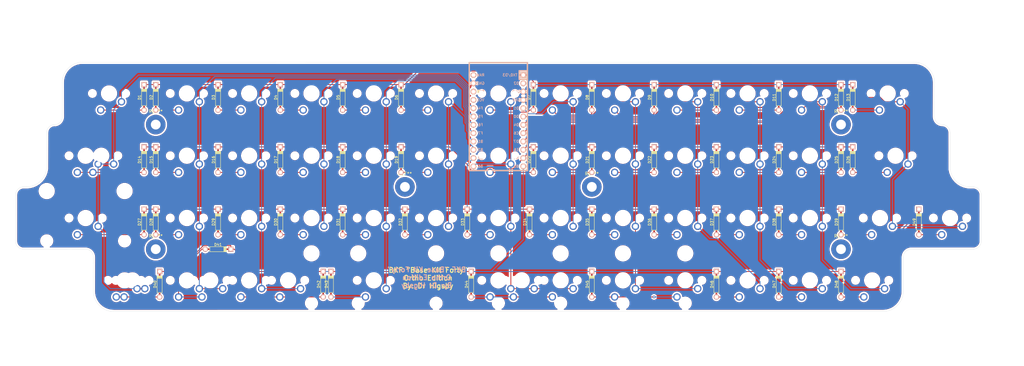
<source format=kicad_pcb>
(kicad_pcb (version 20171130) (host pcbnew "(5.1.4)-1")
  (layers (0 F.Cu signal) (31 B.Cu signal) (34 B.Paste user) (35 F.Paste user) (36 B.SilkS user) (37 F.SilkS user) (38 B.Mask user) (39 F.Mask user) (44 Edge.Cuts user))
  (net 0 "")
  (net 1 "Net-(D1-Pad2)")
  (net 2 "Net-(D2-Pad2)")
  (net 3 "Net-(D3-Pad2)")
  (net 4 "Net-(D4-Pad2)")
  (net 5 "Net-(D5-Pad2)")
  (net 6 "Net-(D6-Pad2)")
  (net 7 "Net-(D7-Pad2)")
  (net 8 "Net-(D8-Pad2)")
  (net 9 "Net-(D9-Pad2)")
  (net 10 "Net-(D10-Pad2)")
  (net 11 "Net-(D11-Pad2)")
  (net 12 "Net-(D12-Pad2)")
  (net 13 "Net-(D13-Pad2)")
  (net 14 "Net-(D14-Pad2)")
  (net 15 "Net-(D15-Pad2)")
  (net 16 "Net-(D16-Pad2)")
  (net 17 "Net-(D17-Pad2)")
  (net 18 "Net-(D18-Pad2)")
  (net 19 "Net-(D19-Pad2)")
  (net 20 "Net-(D20-Pad2)")
  (net 21 "Net-(D21-Pad2)")
  (net 22 "Net-(D22-Pad2)")
  (net 23 "Net-(D23-Pad2)")
  (net 24 "Net-(D24-Pad2)")
  (net 25 "Net-(D25-Pad2)")
  (net 26 "Net-(D26-Pad2)")
  (net 27 "Net-(D27-Pad2)")
  (net 28 "Net-(D28-Pad2)")
  (net 29 "Net-(D29-Pad2)")
  (net 30 "Net-(D30-Pad2)")
  (net 31 "Net-(D31-Pad2)")
  (net 32 "Net-(D32-Pad2)")
  (net 33 "Net-(D33-Pad2)")
  (net 34 "Net-(D34-Pad2)")
  (net 35 "Net-(D35-Pad2)")
  (net 36 "Net-(D36-Pad2)")
  (net 37 "Net-(D37-Pad2)")
  (net 38 "Net-(D38-Pad2)")
  (net 39 "Net-(D39-Pad2)")
  (net 40 "Net-(D40-Pad2)")
  (net 41 "Net-(D41-Pad2)")
  (net 42 "Net-(D42-Pad2)")
  (net 43 "Net-(D43-Pad2)")
  (net 44 "Net-(D44-Pad2)")
  (net 45 "Net-(D45-Pad2)")
  (net 46 "Net-(D46-Pad2)")
  (net 47 "Net-(D47-Pad2)")
  (net 48 "Net-(U1-Pad24)")
  (net 49 "Net-(U1-Pad22)")
  (net 50 "Net-(U1-Pad21)")
  (net 51 "Net-(U1-Pad2)")
  (net 52 "Net-(D48-Pad2)")
  (net 53 "Net-(D49-Pad2)")
  (net 54 GND)
  (net 55 row0)
  (net 56 row1)
  (net 57 row2)
  (net 58 row3)
  (net 59 col0)
  (net 60 col1)
  (net 61 col2)
  (net 62 col3)
  (net 63 col4)
  (net 64 col5)
  (net 65 col6)
  (net 66 col7)
  (net 67 col8)
  (net 68 col9)
  (net 69 col10)
  (net 70 col11)
  (net 71 col12)
  (module MountingHole:MountingHole_3mm_Pad (layer F.Cu) (at 121.44426 104.77544)
    (fp_text reference REF** (at 0 -4) (layer F.SilkS))
    (fp_text value MountingHole_3mm_Pad)
    (pad 1 thru_hole circle (at 0 0) (size 6 6) (drill 3) (layers *.Cu *.Mask))
  )
  (module MountingHole:MountingHole_3mm_Pad (layer F.Cu) (at 254.79482 85.72536)
    (fp_text reference REF** (at 0 -4) (layer F.SilkS))
    (fp_text value MountingHole_3mm_Pad)
    (pad 1 thru_hole circle (at 0 0) (size 6 6) (drill 3) (layers *.Cu *.Mask))
  )
  (module MountingHole:MountingHole_3mm_Pad (layer F.Cu) (at 254.79482 123.82552)
    (fp_text reference REF** (at 0 -4) (layer F.SilkS))
    (fp_text value MountingHole_3mm_Pad)
    (pad 1 thru_hole circle (at 0 0) (size 6 6) (drill 3) (layers *.Cu *.Mask))
  )
  (module MountingHole:MountingHole_3mm_Pad (layer F.Cu) (at 45.24394 123.82552)
    (fp_text reference REF** (at 0 -4) (layer F.SilkS))
    (fp_text value MountingHole_3mm_Pad)
    (pad 1 thru_hole circle (at 0 0) (size 6 6) (drill 3) (layers *.Cu *.Mask))
  )
  (module MountingHole:MountingHole_3mm_Pad (layer F.Cu) (at 178.5945 104.77544)
    (fp_text reference REF** (at 0 -4) (layer F.SilkS))
    (fp_text value MountingHole_3mm_Pad)
    (pad 1 thru_hole circle (at 0 0) (size 6 6) (drill 3) (layers *.Cu *.Mask))
  )
  (module MountingHole:MountingHole_3mm_Pad (layer F.Cu) (at 45.24394 85.72536)
    (fp_text reference REF** (at 0 -4) (layer F.SilkS))
    (fp_text value MountingHole_3mm_Pad)
    (pad 1 thru_hole circle (at 0 0) (size 6 6) (drill 3) (layers *.Cu *.Mask))
  )
  (module MX_Only:MXOnly-6.25U-NoLED (layer F.Cu) (at 157.16316 133.35056 180)
    (fp_text reference MX44-6.25u1)
    (fp_text value MX-NoLED)
    (pad 2 thru_hole circle (at 2.54 -5.08 180) (size 2.25 2.25) (drill 1.47) (layers *.Cu B.Mask) (net 44 "Net-(D44-Pad2)"))
    (pad "" np_thru_hole circle (at 0 0 180) (size 3.9878 3.9878) (drill 3.9878) (layers *.Cu *.Mask))
    (pad 1 thru_hole circle (at -3.81 -2.54 180) (size 2.25 2.25) (drill 1.47) (layers *.Cu B.Mask) (net 65 col6))
    (pad "" np_thru_hole circle (at -5.08 0 228.0996) (size 1.75 1.75) (drill 1.75) (layers *.Cu *.Mask))
    (pad "" np_thru_hole circle (at 5.08 0 228.0996) (size 1.75 1.75) (drill 1.75) (layers *.Cu *.Mask))
    (pad "" np_thru_hole circle (at -49.9999 -6.985 180) (size 3.048 3.048) (drill 3.048) (layers *.Cu *.Mask))
    (pad "" np_thru_hole circle (at 49.9999 -6.985 180) (size 3.048 3.048) (drill 3.048) (layers *.Cu *.Mask))
    (pad "" np_thru_hole circle (at -49.9999 8.255 180) (size 3.9878 3.9878) (drill 3.9878) (layers *.Cu *.Mask))
    (pad "" np_thru_hole circle (at 49.9999 8.255 180) (size 3.9878 3.9878) (drill 3.9878) (layers *.Cu *.Mask))
  )
  (module MX_Only:MXOnly-1.25U-NoLED (layer F.Cu) (at 85.72536 133.35056 180)
    (fp_text reference MX42-1.25u1)
    (fp_text value MX-NoLED)
    (pad 2 thru_hole circle (at 2.54 -5.08 180) (size 2.25 2.25) (drill 1.47) (layers *.Cu B.Mask) (net 42 "Net-(D42-Pad2)"))
    (pad "" np_thru_hole circle (at 0 0 180) (size 3.9878 3.9878) (drill 3.9878) (layers *.Cu *.Mask))
    (pad 1 thru_hole circle (at -3.81 -2.54 180) (size 2.25 2.25) (drill 1.47) (layers *.Cu B.Mask) (net 61 col2))
    (pad "" np_thru_hole circle (at -5.08 0 228.0996) (size 1.75 1.75) (drill 1.75) (layers *.Cu *.Mask))
    (pad "" np_thru_hole circle (at 5.08 0 228.0996) (size 1.75 1.75) (drill 1.75) (layers *.Cu *.Mask))
  )
  (module MX_Only:MXOnly-1.25U-NoLED (layer F.Cu) (at 61.91276 133.35056 180)
    (fp_text reference MX41-1.25u1)
    (fp_text value MX-NoLED)
    (pad 2 thru_hole circle (at 2.54 -5.08 180) (size 2.25 2.25) (drill 1.47) (layers *.Cu B.Mask) (net 41 "Net-(D41-Pad2)"))
    (pad "" np_thru_hole circle (at 0 0 180) (size 3.9878 3.9878) (drill 3.9878) (layers *.Cu *.Mask))
    (pad 1 thru_hole circle (at -3.81 -2.54 180) (size 2.25 2.25) (drill 1.47) (layers *.Cu B.Mask) (net 60 col1))
    (pad "" np_thru_hole circle (at -5.08 0 228.0996) (size 1.75 1.75) (drill 1.75) (layers *.Cu *.Mask))
    (pad "" np_thru_hole circle (at 5.08 0 228.0996) (size 1.75 1.75) (drill 1.75) (layers *.Cu *.Mask))
  )
  (module MX_Only:MXOnly-1.25U-NoLED (layer F.Cu) (at 38.10016 133.35056 180)
    (fp_text reference MX40-1.25u1)
    (fp_text value MX-NoLED)
    (pad 2 thru_hole circle (at 2.54 -5.08 180) (size 2.25 2.25) (drill 1.47) (layers *.Cu B.Mask) (net 40 "Net-(D40-Pad2)"))
    (pad "" np_thru_hole circle (at 0 0 180) (size 3.9878 3.9878) (drill 3.9878) (layers *.Cu *.Mask))
    (pad 1 thru_hole circle (at -3.81 -2.54 180) (size 2.25 2.25) (drill 1.47) (layers *.Cu B.Mask) (net 59 col0))
    (pad "" np_thru_hole circle (at -5.08 0 228.0996) (size 1.75 1.75) (drill 1.75) (layers *.Cu *.Mask))
    (pad "" np_thru_hole circle (at 5.08 0 228.0996) (size 1.75 1.75) (drill 1.75) (layers *.Cu *.Mask))
  )
  (module MX_Only:MXOnly-1U-NoLED (layer F.Cu) (at 150.01875 114.3 180)
    (fp_text reference MX33)
    (fp_text value MX-NoLED)
    (pad 2 thru_hole circle (at 2.54 -5.08 180) (size 2.25 2.25) (drill 1.47) (layers *.Cu B.Mask) (net 33 "Net-(D33-Pad2)"))
    (pad "" np_thru_hole circle (at 0 0 180) (size 3.9878 3.9878) (drill 3.9878) (layers *.Cu *.Mask))
    (pad 1 thru_hole circle (at -3.81 -2.54 180) (size 2.25 2.25) (drill 1.47) (layers *.Cu B.Mask) (net 65 col6))
    (pad "" np_thru_hole circle (at -5.08 0 228.0996) (size 1.75 1.75) (drill 1.75) (layers *.Cu *.Mask))
    (pad "" np_thru_hole circle (at 5.08 0 228.0996) (size 1.75 1.75) (drill 1.75) (layers *.Cu *.Mask))
  )
  (module MX_Only:MXOnly-7U-NoLED (layer F.Cu) (at 150.01875 133.35 180)
    (fp_text reference MX44-7u1)
    (fp_text value MX-NoLED)
    (pad 2 thru_hole circle (at 2.54 -5.08 180) (size 2.25 2.25) (drill 1.47) (layers *.Cu B.Mask) (net 44 "Net-(D44-Pad2)"))
    (pad "" np_thru_hole circle (at 0 0 180) (size 3.9878 3.9878) (drill 3.9878) (layers *.Cu *.Mask))
    (pad 1 thru_hole circle (at -3.81 -2.54 180) (size 2.25 2.25) (drill 1.47) (layers *.Cu B.Mask) (net 65 col6))
    (pad "" np_thru_hole circle (at -5.08 0 228.0996) (size 1.75 1.75) (drill 1.75) (layers *.Cu *.Mask))
    (pad "" np_thru_hole circle (at 5.08 0 228.0996) (size 1.75 1.75) (drill 1.75) (layers *.Cu *.Mask))
    (pad "" np_thru_hole circle (at -57.15 -6.985 180) (size 3.048 3.048) (drill 3.048) (layers *.Cu *.Mask))
    (pad "" np_thru_hole circle (at 57.15 -6.985 180) (size 3.048 3.048) (drill 3.048) (layers *.Cu *.Mask))
    (pad "" np_thru_hole circle (at -57.15 8.255 180) (size 3.9878 3.9878) (drill 3.9878) (layers *.Cu *.Mask))
    (pad "" np_thru_hole circle (at 57.15 8.255 180) (size 3.9878 3.9878) (drill 3.9878) (layers *.Cu *.Mask))
  )
  (module MX_Only:MXOnly-2.25U-NoLED (layer F.Cu) (at 23.8125 114.3 180)
    (fp_text reference MX27)
    (fp_text value MX-NoLED)
    (pad 2 thru_hole circle (at 2.54 -5.08 180) (size 2.25 2.25) (drill 1.47) (layers *.Cu B.Mask) (net 27 "Net-(D27-Pad2)"))
    (pad "" np_thru_hole circle (at 0 0 180) (size 3.9878 3.9878) (drill 3.9878) (layers *.Cu *.Mask))
    (pad 1 thru_hole circle (at -3.81 -2.54 180) (size 2.25 2.25) (drill 1.47) (layers *.Cu B.Mask) (net 59 col0))
    (pad "" np_thru_hole circle (at -5.08 0 228.0996) (size 1.75 1.75) (drill 1.75) (layers *.Cu *.Mask))
    (pad "" np_thru_hole circle (at 5.08 0 228.0996) (size 1.75 1.75) (drill 1.75) (layers *.Cu *.Mask))
    (pad "" np_thru_hole circle (at -11.90625 -6.985 180) (size 3.048 3.048) (drill 3.048) (layers *.Cu *.Mask))
    (pad "" np_thru_hole circle (at 11.90625 -6.985 180) (size 3.048 3.048) (drill 3.048) (layers *.Cu *.Mask))
    (pad "" np_thru_hole circle (at -11.90625 8.255 180) (size 3.9878 3.9878) (drill 3.9878) (layers *.Cu *.Mask))
    (pad "" np_thru_hole circle (at 11.90625 8.255 180) (size 3.9878 3.9878) (drill 3.9878) (layers *.Cu *.Mask))
  )
  (module MX_Only:MXOnly-1.25U-NoLED (layer F.Cu) (at 23.8125 95.25 180)
    (fp_text reference MX14A1)
    (fp_text value MX-NoLED)
    (pad 2 thru_hole circle (at 2.54 -5.08 180) (size 2.25 2.25) (drill 1.47) (layers *.Cu B.Mask) (net 14 "Net-(D14-Pad2)"))
    (pad "" np_thru_hole circle (at 0 0 180) (size 3.9878 3.9878) (drill 3.9878) (layers *.Cu *.Mask))
    (pad 1 thru_hole circle (at -3.81 -2.54 180) (size 2.25 2.25) (drill 1.47) (layers *.Cu B.Mask) (net 59 col0))
    (pad "" np_thru_hole circle (at -5.08 0 228.0996) (size 1.75 1.75) (drill 1.75) (layers *.Cu *.Mask))
    (pad "" np_thru_hole circle (at 5.08 0 228.0996) (size 1.75 1.75) (drill 1.75) (layers *.Cu *.Mask))
  )
  (module MX_Only:MXOnly-3U-NoLED (layer F.Cu) (at 169.06875 133.35 180)
    (fp_text reference MX44-3u1)
    (fp_text value MX-NoLED)
    (pad 2 thru_hole circle (at 2.54 -5.08 180) (size 2.25 2.25) (drill 1.47) (layers *.Cu B.Mask) (net 44 "Net-(D44-Pad2)"))
    (pad 1 thru_hole circle (at -3.81 -2.54 228.1) (size 2.25 2.25) (drill 1.47) (layers *.Cu B.Mask) (net 65 col6))
    (pad "" np_thru_hole circle (at 0 0 180) (size 3.9878 3.9878) (drill 3.9878) (layers *.Cu *.Mask))
    (pad "" np_thru_hole circle (at -5.08 0 228.0996) (size 1.75 1.75) (drill 1.75) (layers *.Cu *.Mask))
    (pad "" np_thru_hole circle (at 5.08 0 228.0996) (size 1.75 1.75) (drill 1.75) (layers *.Cu *.Mask))
    (pad "" np_thru_hole circle (at -19.05 -6.985 180) (size 3.048 3.048) (drill 3.048) (layers *.Cu *.Mask))
    (pad "" np_thru_hole circle (at 19.05 -6.985 180) (size 3.048 3.048) (drill 3.048) (layers *.Cu *.Mask))
    (pad "" np_thru_hole circle (at -19.05 8.255 180) (size 3.9878 3.9878) (drill 3.9878) (layers *.Cu *.Mask))
    (pad "" np_thru_hole circle (at 19.05 8.255 180) (size 3.9878 3.9878) (drill 3.9878) (layers *.Cu *.Mask))
  )
  (module MX_Only:MXOnly-3U-NoLED (layer F.Cu) (at 188.11875 133.35 180)
    (fp_text reference MX45-3u1)
    (fp_text value MX-NoLED)
    (pad 2 thru_hole circle (at 2.54 -5.08 180) (size 2.25 2.25) (drill 1.47) (layers *.Cu B.Mask) (net 45 "Net-(D45-Pad2)"))
    (pad 1 thru_hole circle (at -3.81 -2.54 228.1) (size 2.25 2.25) (drill 1.47) (layers *.Cu B.Mask) (net 67 col8))
    (pad "" np_thru_hole circle (at 0 0 180) (size 3.9878 3.9878) (drill 3.9878) (layers *.Cu *.Mask))
    (pad "" np_thru_hole circle (at -5.08 0 228.0996) (size 1.75 1.75) (drill 1.75) (layers *.Cu *.Mask))
    (pad "" np_thru_hole circle (at 5.08 0 228.0996) (size 1.75 1.75) (drill 1.75) (layers *.Cu *.Mask))
    (pad "" np_thru_hole circle (at -19.05 -6.985 180) (size 3.048 3.048) (drill 3.048) (layers *.Cu *.Mask))
    (pad "" np_thru_hole circle (at 19.05 -6.985 180) (size 3.048 3.048) (drill 3.048) (layers *.Cu *.Mask))
    (pad "" np_thru_hole circle (at -19.05 8.255 180) (size 3.9878 3.9878) (drill 3.9878) (layers *.Cu *.Mask))
    (pad "" np_thru_hole circle (at 19.05 8.255 180) (size 3.9878 3.9878) (drill 3.9878) (layers *.Cu *.Mask))
  )
  (module MX_Only:MXOnly-1U-NoLED (layer F.Cu) (at 207.16875 133.35 180)
    (fp_text reference MX45-1u1)
    (fp_text value MX-NoLED)
    (pad 2 thru_hole circle (at 2.54 -5.08 180) (size 2.25 2.25) (drill 1.47) (layers *.Cu B.Mask) (net 45 "Net-(D45-Pad2)"))
    (pad "" np_thru_hole circle (at 0 0 180) (size 3.9878 3.9878) (drill 3.9878) (layers *.Cu *.Mask))
    (pad 1 thru_hole circle (at -3.81 -2.54 180) (size 2.25 2.25) (drill 1.47) (layers *.Cu B.Mask) (net 67 col8))
    (pad "" np_thru_hole circle (at -5.08 0 228.0996) (size 1.75 1.75) (drill 1.75) (layers *.Cu *.Mask))
    (pad "" np_thru_hole circle (at 5.08 0 228.0996) (size 1.75 1.75) (drill 1.75) (layers *.Cu *.Mask))
  )
  (module MX_Only:MXOnly-3U-NoLED (layer F.Cu) (at 111.91875 133.35 180)
    (fp_text reference MX43)
    (fp_text value MX-NoLED)
    (pad 2 thru_hole circle (at 2.54 -5.08 180) (size 2.25 2.25) (drill 1.47) (layers *.Cu B.Mask) (net 43 "Net-(D43-Pad2)"))
    (pad 1 thru_hole circle (at -3.81 -2.54 228.1) (size 2.25 2.25) (drill 1.47) (layers *.Cu B.Mask) (net 63 col4))
    (pad "" np_thru_hole circle (at 0 0 180) (size 3.9878 3.9878) (drill 3.9878) (layers *.Cu *.Mask))
    (pad "" np_thru_hole circle (at -5.08 0 228.0996) (size 1.75 1.75) (drill 1.75) (layers *.Cu *.Mask))
    (pad "" np_thru_hole circle (at 5.08 0 228.0996) (size 1.75 1.75) (drill 1.75) (layers *.Cu *.Mask))
    (pad "" np_thru_hole circle (at -19.05 -6.985 180) (size 3.048 3.048) (drill 3.048) (layers *.Cu *.Mask))
    (pad "" np_thru_hole circle (at 19.05 -6.985 180) (size 3.048 3.048) (drill 3.048) (layers *.Cu *.Mask))
    (pad "" np_thru_hole circle (at -19.05 8.255 180) (size 3.9878 3.9878) (drill 3.9878) (layers *.Cu *.Mask))
    (pad "" np_thru_hole circle (at 19.05 8.255 180) (size 3.9878 3.9878) (drill 3.9878) (layers *.Cu *.Mask))
  )
  (module keebio-parts:Diode-Hybrid-Back (layer B.Cu) (at 278.606484 115.490722 90)
    (fp_text reference D49 (at -0.0254 -1.4 270) (layer F.SilkS) (effects (font (size 0.8 0.8))))
    (fp_text value D_Small hide)
    (pad 1 thru_hole rect (at 3.9 0 90) (size 1.6 1.6) (drill 1) (layers *.Cu *.Mask B.SilkS) (net 58 row3))
    (pad 2 thru_hole circle (at -3.9 0 90) (size 1.6 1.6) (drill 1) (layers *.Cu *.Mask B.SilkS) (net 53 "Net-(D49-Pad2)"))
    (pad 1 smd rect (at 2.5 0 90) (size 2.9 0.5) (layers F.Cu) (net 58 row3))
    (pad 1 smd rect (at 1.4 0 90) (size 1.6 1.2) (layers F.Cu F.Paste F.Mask) (net 58 row3))
    (pad 2 smd rect (at -1.4 0 90) (size 1.6 1.2) (layers F.Cu F.Paste F.Mask) (net 53 "Net-(D49-Pad2)"))
    (pad 2 smd rect (at -2.5 0 90) (size 2.9 0.5) (layers F.Cu) (net 53 "Net-(D49-Pad2)"))
  )
  (module keebio-parts:Diode-Hybrid-Back (layer B.Cu) (at 254.793964 134.540738 90)
    (fp_text reference D48 (at -0.0254 -1.4 270) (layer F.SilkS) (effects (font (size 0.8 0.8))))
    (fp_text value D_Small hide)
    (pad 1 thru_hole rect (at 3.9 0 90) (size 1.6 1.6) (drill 1) (layers *.Cu *.Mask B.SilkS) (net 58 row3))
    (pad 2 thru_hole circle (at -3.9 0 90) (size 1.6 1.6) (drill 1) (layers *.Cu *.Mask B.SilkS) (net 52 "Net-(D48-Pad2)"))
    (pad 1 smd rect (at 2.5 0 90) (size 2.9 0.5) (layers F.Cu) (net 58 row3))
    (pad 1 smd rect (at 1.4 0 90) (size 1.6 1.2) (layers F.Cu F.Paste F.Mask) (net 58 row3))
    (pad 2 smd rect (at -1.4 0 90) (size 1.6 1.2) (layers F.Cu F.Paste F.Mask) (net 52 "Net-(D48-Pad2)"))
    (pad 2 smd rect (at -2.5 0 90) (size 2.9 0.5) (layers F.Cu) (net 52 "Net-(D48-Pad2)"))
  )
  (module keebio-parts:ArduinoProMicro (layer B.Cu) (at 150.01875 84.534375 270)
    (fp_text reference U1 hide)
    (fp_text value ProMicro hide)
    (fp_text user TX0/D3 (at -13.97 -3.571872) (layer B.SilkS) (effects (font (size 0.8 0.8)) (justify mirror)))
    (fp_text user D2 (at -11.43 -5.461) (layer B.SilkS) (effects (font (size 0.8 0.8)) (justify mirror)))
    (fp_text user D0 (at -1.27 -5.461) (layer B.SilkS) (effects (font (size 0.8 0.8)) (justify mirror)))
    (fp_text user D1 (at -3.81 -5.461) (layer B.SilkS) (effects (font (size 0.8 0.8)) (justify mirror)))
    (fp_text user GND (at -6.35 -5.461) (layer B.SilkS) (effects (font (size 0.8 0.8)) (justify mirror)))
    (fp_text user GND (at -8.89 -5.461) (layer B.SilkS) (effects (font (size 0.8 0.8)) (justify mirror)))
    (fp_text user D4 (at 1.27 -5.461) (layer B.SilkS) (effects (font (size 0.8 0.8)) (justify mirror)))
    (fp_text user C6 (at 3.81 -5.461) (layer B.SilkS) (effects (font (size 0.8 0.8)) (justify mirror)))
    (fp_text user D7 (at 6.35 -5.461) (layer B.SilkS) (effects (font (size 0.8 0.8)) (justify mirror)))
    (fp_text user E6 (at 8.89 -5.461) (layer B.SilkS) (effects (font (size 0.8 0.8)) (justify mirror)))
    (fp_text user B4 (at 11.43 -5.461) (layer B.SilkS) (effects (font (size 0.8 0.8)) (justify mirror)))
    (fp_text user B5 (at 13.97 -5.461) (layer B.SilkS) (effects (font (size 0.8 0.8)) (justify mirror)))
    (fp_text user B6 (at 13.97 5.461) (layer B.SilkS) (effects (font (size 0.8 0.8)) (justify mirror)))
    (fp_text user B3 (at 8.89 5.461) (layer B.SilkS) (effects (font (size 0.8 0.8)) (justify mirror)))
    (fp_text user B1 (at 6.35 5.461) (layer B.SilkS) (effects (font (size 0.8 0.8)) (justify mirror)))
    (fp_text user F4 (at -3.81 5.461) (layer B.SilkS) (effects (font (size 0.8 0.8)) (justify mirror)))
    (fp_text user VCC (at -6.35 5.461) (layer B.SilkS) (effects (font (size 0.8 0.8)) (justify mirror)))
    (fp_text user ST (at -8.92 5.73312) (layer B.SilkS) (effects (font (size 0.8 0.8)) (justify mirror)))
    (fp_text user GND (at -11.43 5.461) (layer B.SilkS) (effects (font (size 0.8 0.8)) (justify mirror)))
    (fp_text user RAW (at -13.97 5.461) (layer B.SilkS) (effects (font (size 0.8 0.8)) (justify mirror)))
    (fp_text user F5 (at -1.27 5.461) (layer B.SilkS) (effects (font (size 0.8 0.8)) (justify mirror)))
    (fp_text user F6 (at 1.27 5.461) (layer B.SilkS) (effects (font (size 0.8 0.8)) (justify mirror)))
    (fp_text user F7 (at 3.81 5.461) (layer B.SilkS) (effects (font (size 0.8 0.8)) (justify mirror)))
    (fp_text user B2 (at 11.43 5.461) (layer B.SilkS) (effects (font (size 0.8 0.8)) (justify mirror)))
    (pad 24 thru_hole circle (at -13.97 7.62 270) (size 1.7526 1.7526) (drill 1.0922) (layers *.Cu *.SilkS *.Mask) (net 48 "Net-(U1-Pad24)"))
    (pad 12 thru_hole circle (at 13.97 -7.62 270) (size 1.7526 1.7526) (drill 1.0922) (layers *.Cu *.SilkS *.Mask) (net 58 row3))
    (pad 23 thru_hole circle (at -11.43 7.62 270) (size 1.7526 1.7526) (drill 1.0922) (layers *.Cu *.SilkS *.Mask) (net 54 GND))
    (pad 22 thru_hole circle (at -8.89 7.62 270) (size 1.7526 1.7526) (drill 1.0922) (layers *.Cu *.SilkS *.Mask) (net 49 "Net-(U1-Pad22)"))
    (pad 21 thru_hole circle (at -6.35 7.62 270) (size 1.7526 1.7526) (drill 1.0922) (layers *.Cu *.SilkS *.Mask) (net 50 "Net-(U1-Pad21)"))
    (pad 20 thru_hole circle (at -3.81 7.62 270) (size 1.7526 1.7526) (drill 1.0922) (layers *.Cu *.SilkS *.Mask) (net 59 col0))
    (pad 19 thru_hole circle (at -1.27 7.62 270) (size 1.7526 1.7526) (drill 1.0922) (layers *.Cu *.SilkS *.Mask) (net 60 col1))
    (pad 18 thru_hole circle (at 1.27 7.62 270) (size 1.7526 1.7526) (drill 1.0922) (layers *.Cu *.SilkS *.Mask) (net 61 col2))
    (pad 17 thru_hole circle (at 3.81 7.62 270) (size 1.7526 1.7526) (drill 1.0922) (layers *.Cu *.SilkS *.Mask) (net 62 col3))
    (pad 16 thru_hole circle (at 6.35 7.62 270) (size 1.7526 1.7526) (drill 1.0922) (layers *.Cu *.SilkS *.Mask) (net 63 col4))
    (pad 15 thru_hole circle (at 8.89 7.62 270) (size 1.7526 1.7526) (drill 1.0922) (layers *.Cu *.SilkS *.Mask) (net 64 col5))
    (pad 14 thru_hole circle (at 11.43 7.62 270) (size 1.7526 1.7526) (drill 1.0922) (layers *.Cu *.SilkS *.Mask) (net 57 row2))
    (pad 13 thru_hole circle (at 13.97 7.62 270) (size 1.7526 1.7526) (drill 1.0922) (layers *.Cu *.SilkS *.Mask) (net 65 col6))
    (pad 11 thru_hole circle (at 11.43 -7.62 270) (size 1.7526 1.7526) (drill 1.0922) (layers *.Cu *.SilkS *.Mask) (net 56 row1))
    (pad 10 thru_hole circle (at 8.89 -7.62 270) (size 1.7526 1.7526) (drill 1.0922) (layers *.Cu *.SilkS *.Mask) (net 71 col12))
    (pad 9 thru_hole circle (at 6.35 -7.62 270) (size 1.7526 1.7526) (drill 1.0922) (layers *.Cu *.SilkS *.Mask) (net 70 col11))
    (pad 8 thru_hole circle (at 3.81 -7.62 270) (size 1.7526 1.7526) (drill 1.0922) (layers *.Cu *.SilkS *.Mask) (net 69 col10))
    (pad 7 thru_hole circle (at 1.27 -7.62 270) (size 1.7526 1.7526) (drill 1.0922) (layers *.Cu *.SilkS *.Mask) (net 68 col9))
    (pad 6 thru_hole circle (at -1.27 -7.62 270) (size 1.7526 1.7526) (drill 1.0922) (layers *.Cu *.SilkS *.Mask) (net 67 col8))
    (pad 5 thru_hole circle (at -3.81 -7.62 270) (size 1.7526 1.7526) (drill 1.0922) (layers *.Cu *.SilkS *.Mask) (net 66 col7))
    (pad 4 thru_hole circle (at -6.35 -7.62 270) (size 1.7526 1.7526) (drill 1.0922) (layers *.Cu *.SilkS *.Mask) (net 54 GND))
    (pad 3 thru_hole circle (at -8.89 -7.62 270) (size 1.7526 1.7526) (drill 1.0922) (layers *.Cu *.SilkS *.Mask) (net 54 GND))
    (pad 2 thru_hole circle (at -11.43 -7.62 270) (size 1.7526 1.7526) (drill 1.0922) (layers *.Cu *.SilkS *.Mask) (net 51 "Net-(U1-Pad2)"))
    (pad 1 thru_hole rect (at -13.97 -7.62 270) (size 1.7526 1.7526) (drill 1.0922) (layers *.Cu *.SilkS *.Mask) (net 55 row0))
  )
  (module MX_Only:MXOnly-1U-NoLED (layer F.Cu) (at 288.13125 114.3 180)
    (fp_text reference MX49)
    (fp_text value MX-NoLED)
    (pad 2 thru_hole circle (at 2.54 -5.08 180) (size 2.25 2.25) (drill 1.47) (layers *.Cu B.Mask) (net 53 "Net-(D49-Pad2)"))
    (pad "" np_thru_hole circle (at 0 0 180) (size 3.9878 3.9878) (drill 3.9878) (layers *.Cu *.Mask))
    (pad 1 thru_hole circle (at -3.81 -2.54 180) (size 2.25 2.25) (drill 1.47) (layers *.Cu B.Mask) (net 71 col12))
    (pad "" np_thru_hole circle (at -5.08 0 228.0996) (size 1.75 1.75) (drill 1.75) (layers *.Cu *.Mask))
    (pad "" np_thru_hole circle (at 5.08 0 228.0996) (size 1.75 1.75) (drill 1.75) (layers *.Cu *.Mask))
  )
  (module MX_Only:MXOnly-1U-NoLED (layer F.Cu) (at 264.31875 133.35 180)
    (fp_text reference MX48)
    (fp_text value MX-NoLED)
    (pad 2 thru_hole circle (at 2.54 -5.08 180) (size 2.25 2.25) (drill 1.47) (layers *.Cu B.Mask) (net 52 "Net-(D48-Pad2)"))
    (pad "" np_thru_hole circle (at 0 0 180) (size 3.9878 3.9878) (drill 3.9878) (layers *.Cu *.Mask))
    (pad 1 thru_hole circle (at -3.81 -2.54 180) (size 2.25 2.25) (drill 1.47) (layers *.Cu B.Mask) (net 70 col11))
    (pad "" np_thru_hole circle (at -5.08 0 228.0996) (size 1.75 1.75) (drill 1.75) (layers *.Cu *.Mask))
    (pad "" np_thru_hole circle (at 5.08 0 228.0996) (size 1.75 1.75) (drill 1.75) (layers *.Cu *.Mask))
  )
  (module MX_Only:MXOnly-1U-NoLED (layer F.Cu) (at 245.26875 133.35 180)
    (fp_text reference MX47)
    (fp_text value MX-NoLED)
    (pad 2 thru_hole circle (at 2.54 -5.08 180) (size 2.25 2.25) (drill 1.47) (layers *.Cu B.Mask) (net 47 "Net-(D47-Pad2)"))
    (pad "" np_thru_hole circle (at 0 0 180) (size 3.9878 3.9878) (drill 3.9878) (layers *.Cu *.Mask))
    (pad 1 thru_hole circle (at -3.81 -2.54 180) (size 2.25 2.25) (drill 1.47) (layers *.Cu B.Mask) (net 69 col10))
    (pad "" np_thru_hole circle (at -5.08 0 228.0996) (size 1.75 1.75) (drill 1.75) (layers *.Cu *.Mask))
    (pad "" np_thru_hole circle (at 5.08 0 228.0996) (size 1.75 1.75) (drill 1.75) (layers *.Cu *.Mask))
  )
  (module MX_Only:MXOnly-1U-NoLED (layer F.Cu) (at 226.21875 133.35 180)
    (fp_text reference MX46)
    (fp_text value MX-NoLED)
    (pad 2 thru_hole circle (at 2.54 -5.08 180) (size 2.25 2.25) (drill 1.47) (layers *.Cu B.Mask) (net 46 "Net-(D46-Pad2)"))
    (pad "" np_thru_hole circle (at 0 0 180) (size 3.9878 3.9878) (drill 3.9878) (layers *.Cu *.Mask))
    (pad 1 thru_hole circle (at -3.81 -2.54 180) (size 2.25 2.25) (drill 1.47) (layers *.Cu B.Mask) (net 68 col9))
    (pad "" np_thru_hole circle (at -5.08 0 228.0996) (size 1.75 1.75) (drill 1.75) (layers *.Cu *.Mask))
    (pad "" np_thru_hole circle (at 5.08 0 228.0996) (size 1.75 1.75) (drill 1.75) (layers *.Cu *.Mask))
  )
  (module MX_Only:MXOnly-1U-NoLED (layer F.Cu) (at 73.81875 133.35 180)
    (fp_text reference MX42)
    (fp_text value MX-NoLED)
    (pad 2 thru_hole circle (at 2.54 -5.08 180) (size 2.25 2.25) (drill 1.47) (layers *.Cu B.Mask) (net 42 "Net-(D42-Pad2)"))
    (pad "" np_thru_hole circle (at 0 0 180) (size 3.9878 3.9878) (drill 3.9878) (layers *.Cu *.Mask))
    (pad 1 thru_hole circle (at -3.81 -2.54 180) (size 2.25 2.25) (drill 1.47) (layers *.Cu B.Mask) (net 61 col2))
    (pad "" np_thru_hole circle (at -5.08 0 228.0996) (size 1.75 1.75) (drill 1.75) (layers *.Cu *.Mask))
    (pad "" np_thru_hole circle (at 5.08 0 228.0996) (size 1.75 1.75) (drill 1.75) (layers *.Cu *.Mask))
  )
  (module MX_Only:MXOnly-1U-NoLED (layer F.Cu) (at 54.76875 133.35 180)
    (fp_text reference MX41)
    (fp_text value MX-NoLED)
    (pad 2 thru_hole circle (at 2.54 -5.08 180) (size 2.25 2.25) (drill 1.47) (layers *.Cu B.Mask) (net 41 "Net-(D41-Pad2)"))
    (pad "" np_thru_hole circle (at 0 0 180) (size 3.9878 3.9878) (drill 3.9878) (layers *.Cu *.Mask))
    (pad 1 thru_hole circle (at -3.81 -2.54 180) (size 2.25 2.25) (drill 1.47) (layers *.Cu B.Mask) (net 60 col1))
    (pad "" np_thru_hole circle (at -5.08 0 228.0996) (size 1.75 1.75) (drill 1.75) (layers *.Cu *.Mask))
    (pad "" np_thru_hole circle (at 5.08 0 228.0996) (size 1.75 1.75) (drill 1.75) (layers *.Cu *.Mask))
  )
  (module MX_Only:MXOnly-1U-NoLED (layer F.Cu) (at 35.71875 133.35 180)
    (fp_text reference MX40)
    (fp_text value MX-NoLED)
    (pad 2 thru_hole circle (at 2.54 -5.08 180) (size 2.25 2.25) (drill 1.47) (layers *.Cu B.Mask) (net 40 "Net-(D40-Pad2)"))
    (pad "" np_thru_hole circle (at 0 0 180) (size 3.9878 3.9878) (drill 3.9878) (layers *.Cu *.Mask))
    (pad 1 thru_hole circle (at -3.81 -2.54 180) (size 2.25 2.25) (drill 1.47) (layers *.Cu B.Mask) (net 59 col0))
    (pad "" np_thru_hole circle (at -5.08 0 228.0996) (size 1.75 1.75) (drill 1.75) (layers *.Cu *.Mask))
    (pad "" np_thru_hole circle (at 5.08 0 228.0996) (size 1.75 1.75) (drill 1.75) (layers *.Cu *.Mask))
  )
  (module MX_Only:MXOnly-1.25U-NoLED (layer F.Cu) (at 266.7 114.3 180)
    (fp_text reference MX39)
    (fp_text value MX-NoLED)
    (pad 2 thru_hole circle (at 2.54 -5.08 180) (size 2.25 2.25) (drill 1.47) (layers *.Cu B.Mask) (net 39 "Net-(D39-Pad2)"))
    (pad "" np_thru_hole circle (at 0 0 180) (size 3.9878 3.9878) (drill 3.9878) (layers *.Cu *.Mask))
    (pad 1 thru_hole circle (at -3.81 -2.54 180) (size 2.25 2.25) (drill 1.47) (layers *.Cu B.Mask) (net 71 col12))
    (pad "" np_thru_hole circle (at -5.08 0 228.0996) (size 1.75 1.75) (drill 1.75) (layers *.Cu *.Mask))
    (pad "" np_thru_hole circle (at 5.08 0 228.0996) (size 1.75 1.75) (drill 1.75) (layers *.Cu *.Mask))
  )
  (module MX_Only:MXOnly-1U-NoLED (layer F.Cu) (at 245.26875 114.3 180)
    (fp_text reference MX38)
    (fp_text value MX-NoLED)
    (pad 2 thru_hole circle (at 2.54 -5.08 180) (size 2.25 2.25) (drill 1.47) (layers *.Cu B.Mask) (net 38 "Net-(D38-Pad2)"))
    (pad "" np_thru_hole circle (at 0 0 180) (size 3.9878 3.9878) (drill 3.9878) (layers *.Cu *.Mask))
    (pad 1 thru_hole circle (at -3.81 -2.54 180) (size 2.25 2.25) (drill 1.47) (layers *.Cu B.Mask) (net 70 col11))
    (pad "" np_thru_hole circle (at -5.08 0 228.0996) (size 1.75 1.75) (drill 1.75) (layers *.Cu *.Mask))
    (pad "" np_thru_hole circle (at 5.08 0 228.0996) (size 1.75 1.75) (drill 1.75) (layers *.Cu *.Mask))
  )
  (module MX_Only:MXOnly-1U-NoLED (layer F.Cu) (at 226.21875 114.3 180)
    (fp_text reference MX37)
    (fp_text value MX-NoLED)
    (pad 2 thru_hole circle (at 2.54 -5.08 180) (size 2.25 2.25) (drill 1.47) (layers *.Cu B.Mask) (net 37 "Net-(D37-Pad2)"))
    (pad "" np_thru_hole circle (at 0 0 180) (size 3.9878 3.9878) (drill 3.9878) (layers *.Cu *.Mask))
    (pad 1 thru_hole circle (at -3.81 -2.54 180) (size 2.25 2.25) (drill 1.47) (layers *.Cu B.Mask) (net 69 col10))
    (pad "" np_thru_hole circle (at -5.08 0 228.0996) (size 1.75 1.75) (drill 1.75) (layers *.Cu *.Mask))
    (pad "" np_thru_hole circle (at 5.08 0 228.0996) (size 1.75 1.75) (drill 1.75) (layers *.Cu *.Mask))
  )
  (module MX_Only:MXOnly-1U-NoLED (layer F.Cu) (at 207.16875 114.3 180)
    (fp_text reference MX36)
    (fp_text value MX-NoLED)
    (pad 2 thru_hole circle (at 2.54 -5.08 180) (size 2.25 2.25) (drill 1.47) (layers *.Cu B.Mask) (net 36 "Net-(D36-Pad2)"))
    (pad "" np_thru_hole circle (at 0 0 180) (size 3.9878 3.9878) (drill 3.9878) (layers *.Cu *.Mask))
    (pad 1 thru_hole circle (at -3.81 -2.54 180) (size 2.25 2.25) (drill 1.47) (layers *.Cu B.Mask) (net 68 col9))
    (pad "" np_thru_hole circle (at -5.08 0 228.0996) (size 1.75 1.75) (drill 1.75) (layers *.Cu *.Mask))
    (pad "" np_thru_hole circle (at 5.08 0 228.0996) (size 1.75 1.75) (drill 1.75) (layers *.Cu *.Mask))
  )
  (module MX_Only:MXOnly-1U-NoLED (layer F.Cu) (at 188.11875 114.3 180)
    (fp_text reference MX35)
    (fp_text value MX-NoLED)
    (pad 2 thru_hole circle (at 2.54 -5.08 180) (size 2.25 2.25) (drill 1.47) (layers *.Cu B.Mask) (net 35 "Net-(D35-Pad2)"))
    (pad "" np_thru_hole circle (at 0 0 180) (size 3.9878 3.9878) (drill 3.9878) (layers *.Cu *.Mask))
    (pad 1 thru_hole circle (at -3.81 -2.54 180) (size 2.25 2.25) (drill 1.47) (layers *.Cu B.Mask) (net 67 col8))
    (pad "" np_thru_hole circle (at -5.08 0 228.0996) (size 1.75 1.75) (drill 1.75) (layers *.Cu *.Mask))
    (pad "" np_thru_hole circle (at 5.08 0 228.0996) (size 1.75 1.75) (drill 1.75) (layers *.Cu *.Mask))
  )
  (module MX_Only:MXOnly-1U-NoLED (layer F.Cu) (at 169.06875 114.3 180)
    (fp_text reference MX34)
    (fp_text value MX-NoLED)
    (pad 2 thru_hole circle (at 2.54 -5.08 180) (size 2.25 2.25) (drill 1.47) (layers *.Cu B.Mask) (net 34 "Net-(D34-Pad2)"))
    (pad "" np_thru_hole circle (at 0 0 180) (size 3.9878 3.9878) (drill 3.9878) (layers *.Cu *.Mask))
    (pad 1 thru_hole circle (at -3.81 -2.54 180) (size 2.25 2.25) (drill 1.47) (layers *.Cu B.Mask) (net 66 col7))
    (pad "" np_thru_hole circle (at -5.08 0 228.0996) (size 1.75 1.75) (drill 1.75) (layers *.Cu *.Mask))
    (pad "" np_thru_hole circle (at 5.08 0 228.0996) (size 1.75 1.75) (drill 1.75) (layers *.Cu *.Mask))
  )
  (module MX_Only:MXOnly-1U-NoLED (layer F.Cu) (at 130.96875 114.3 180)
    (fp_text reference MX32)
    (fp_text value MX-NoLED)
    (pad 2 thru_hole circle (at 2.54 -5.08 180) (size 2.25 2.25) (drill 1.47) (layers *.Cu B.Mask) (net 32 "Net-(D32-Pad2)"))
    (pad "" np_thru_hole circle (at 0 0 180) (size 3.9878 3.9878) (drill 3.9878) (layers *.Cu *.Mask))
    (pad 1 thru_hole circle (at -3.81 -2.54 180) (size 2.25 2.25) (drill 1.47) (layers *.Cu B.Mask) (net 64 col5))
    (pad "" np_thru_hole circle (at -5.08 0 228.0996) (size 1.75 1.75) (drill 1.75) (layers *.Cu *.Mask))
    (pad "" np_thru_hole circle (at 5.08 0 228.0996) (size 1.75 1.75) (drill 1.75) (layers *.Cu *.Mask))
  )
  (module MX_Only:MXOnly-1U-NoLED (layer F.Cu) (at 111.91875 114.3 180)
    (fp_text reference MX31)
    (fp_text value MX-NoLED)
    (pad 2 thru_hole circle (at 2.54 -5.08 180) (size 2.25 2.25) (drill 1.47) (layers *.Cu B.Mask) (net 31 "Net-(D31-Pad2)"))
    (pad "" np_thru_hole circle (at 0 0 180) (size 3.9878 3.9878) (drill 3.9878) (layers *.Cu *.Mask))
    (pad 1 thru_hole circle (at -3.81 -2.54 180) (size 2.25 2.25) (drill 1.47) (layers *.Cu B.Mask) (net 63 col4))
    (pad "" np_thru_hole circle (at -5.08 0 228.0996) (size 1.75 1.75) (drill 1.75) (layers *.Cu *.Mask))
    (pad "" np_thru_hole circle (at 5.08 0 228.0996) (size 1.75 1.75) (drill 1.75) (layers *.Cu *.Mask))
  )
  (module MX_Only:MXOnly-1U-NoLED (layer F.Cu) (at 92.86875 114.3 180)
    (fp_text reference MX30)
    (fp_text value MX-NoLED)
    (pad 2 thru_hole circle (at 2.54 -5.08 180) (size 2.25 2.25) (drill 1.47) (layers *.Cu B.Mask) (net 30 "Net-(D30-Pad2)"))
    (pad "" np_thru_hole circle (at 0 0 180) (size 3.9878 3.9878) (drill 3.9878) (layers *.Cu *.Mask))
    (pad 1 thru_hole circle (at -3.81 -2.54 180) (size 2.25 2.25) (drill 1.47) (layers *.Cu B.Mask) (net 62 col3))
    (pad "" np_thru_hole circle (at -5.08 0 228.0996) (size 1.75 1.75) (drill 1.75) (layers *.Cu *.Mask))
    (pad "" np_thru_hole circle (at 5.08 0 228.0996) (size 1.75 1.75) (drill 1.75) (layers *.Cu *.Mask))
  )
  (module MX_Only:MXOnly-1U-NoLED (layer F.Cu) (at 73.81875 114.3 180)
    (fp_text reference MX29)
    (fp_text value MX-NoLED)
    (pad 2 thru_hole circle (at 2.54 -5.08 180) (size 2.25 2.25) (drill 1.47) (layers *.Cu B.Mask) (net 29 "Net-(D29-Pad2)"))
    (pad "" np_thru_hole circle (at 0 0 180) (size 3.9878 3.9878) (drill 3.9878) (layers *.Cu *.Mask))
    (pad 1 thru_hole circle (at -3.81 -2.54 180) (size 2.25 2.25) (drill 1.47) (layers *.Cu B.Mask) (net 61 col2))
    (pad "" np_thru_hole circle (at -5.08 0 228.0996) (size 1.75 1.75) (drill 1.75) (layers *.Cu *.Mask))
    (pad "" np_thru_hole circle (at 5.08 0 228.0996) (size 1.75 1.75) (drill 1.75) (layers *.Cu *.Mask))
  )
  (module MX_Only:MXOnly-1U-NoLED (layer F.Cu) (at 54.76875 114.3 180)
    (fp_text reference MX28)
    (fp_text value MX-NoLED)
    (pad 2 thru_hole circle (at 2.54 -5.08 180) (size 2.25 2.25) (drill 1.47) (layers *.Cu B.Mask) (net 28 "Net-(D28-Pad2)"))
    (pad "" np_thru_hole circle (at 0 0 180) (size 3.9878 3.9878) (drill 3.9878) (layers *.Cu *.Mask))
    (pad 1 thru_hole circle (at -3.81 -2.54 180) (size 2.25 2.25) (drill 1.47) (layers *.Cu B.Mask) (net 60 col1))
    (pad "" np_thru_hole circle (at -5.08 0 228.0996) (size 1.75 1.75) (drill 1.75) (layers *.Cu *.Mask))
    (pad "" np_thru_hole circle (at 5.08 0 228.0996) (size 1.75 1.75) (drill 1.75) (layers *.Cu *.Mask))
  )
  (module MX_Only:MXOnly-1.75U-NoLED (layer F.Cu) (at 271.4625 95.25 180)
    (fp_text reference MX26)
    (fp_text value MX-NoLED)
    (pad 2 thru_hole circle (at 2.54 -5.08 180) (size 2.25 2.25) (drill 1.47) (layers *.Cu B.Mask) (net 26 "Net-(D26-Pad2)"))
    (pad "" np_thru_hole circle (at 0 0 180) (size 3.9878 3.9878) (drill 3.9878) (layers *.Cu *.Mask))
    (pad 1 thru_hole circle (at -3.81 -2.54 180) (size 2.25 2.25) (drill 1.47) (layers *.Cu B.Mask) (net 71 col12))
    (pad "" np_thru_hole circle (at -5.08 0 228.0996) (size 1.75 1.75) (drill 1.75) (layers *.Cu *.Mask))
    (pad "" np_thru_hole circle (at 5.08 0 228.0996) (size 1.75 1.75) (drill 1.75) (layers *.Cu *.Mask))
  )
  (module MX_Only:MXOnly-1U-NoLED (layer F.Cu) (at 245.26875 95.25 180)
    (fp_text reference MX25)
    (fp_text value MX-NoLED)
    (pad 2 thru_hole circle (at 2.54 -5.08 180) (size 2.25 2.25) (drill 1.47) (layers *.Cu B.Mask) (net 25 "Net-(D25-Pad2)"))
    (pad "" np_thru_hole circle (at 0 0 180) (size 3.9878 3.9878) (drill 3.9878) (layers *.Cu *.Mask))
    (pad 1 thru_hole circle (at -3.81 -2.54 180) (size 2.25 2.25) (drill 1.47) (layers *.Cu B.Mask) (net 70 col11))
    (pad "" np_thru_hole circle (at -5.08 0 228.0996) (size 1.75 1.75) (drill 1.75) (layers *.Cu *.Mask))
    (pad "" np_thru_hole circle (at 5.08 0 228.0996) (size 1.75 1.75) (drill 1.75) (layers *.Cu *.Mask))
  )
  (module MX_Only:MXOnly-1U-NoLED (layer F.Cu) (at 226.21875 95.25 180)
    (fp_text reference MX24)
    (fp_text value MX-NoLED)
    (pad 2 thru_hole circle (at 2.54 -5.08 180) (size 2.25 2.25) (drill 1.47) (layers *.Cu B.Mask) (net 24 "Net-(D24-Pad2)"))
    (pad "" np_thru_hole circle (at 0 0 180) (size 3.9878 3.9878) (drill 3.9878) (layers *.Cu *.Mask))
    (pad 1 thru_hole circle (at -3.81 -2.54 180) (size 2.25 2.25) (drill 1.47) (layers *.Cu B.Mask) (net 69 col10))
    (pad "" np_thru_hole circle (at -5.08 0 228.0996) (size 1.75 1.75) (drill 1.75) (layers *.Cu *.Mask))
    (pad "" np_thru_hole circle (at 5.08 0 228.0996) (size 1.75 1.75) (drill 1.75) (layers *.Cu *.Mask))
  )
  (module MX_Only:MXOnly-1U-NoLED (layer F.Cu) (at 207.16875 95.25 180)
    (fp_text reference MX23)
    (fp_text value MX-NoLED)
    (pad 2 thru_hole circle (at 2.54 -5.08 180) (size 2.25 2.25) (drill 1.47) (layers *.Cu B.Mask) (net 23 "Net-(D23-Pad2)"))
    (pad "" np_thru_hole circle (at 0 0 180) (size 3.9878 3.9878) (drill 3.9878) (layers *.Cu *.Mask))
    (pad 1 thru_hole circle (at -3.81 -2.54 180) (size 2.25 2.25) (drill 1.47) (layers *.Cu B.Mask) (net 68 col9))
    (pad "" np_thru_hole circle (at -5.08 0 228.0996) (size 1.75 1.75) (drill 1.75) (layers *.Cu *.Mask))
    (pad "" np_thru_hole circle (at 5.08 0 228.0996) (size 1.75 1.75) (drill 1.75) (layers *.Cu *.Mask))
  )
  (module MX_Only:MXOnly-1U-NoLED (layer F.Cu) (at 188.11875 95.25 180)
    (fp_text reference MX22)
    (fp_text value MX-NoLED)
    (pad 2 thru_hole circle (at 2.54 -5.08 180) (size 2.25 2.25) (drill 1.47) (layers *.Cu B.Mask) (net 22 "Net-(D22-Pad2)"))
    (pad "" np_thru_hole circle (at 0 0 180) (size 3.9878 3.9878) (drill 3.9878) (layers *.Cu *.Mask))
    (pad 1 thru_hole circle (at -3.81 -2.54 180) (size 2.25 2.25) (drill 1.47) (layers *.Cu B.Mask) (net 67 col8))
    (pad "" np_thru_hole circle (at -5.08 0 228.0996) (size 1.75 1.75) (drill 1.75) (layers *.Cu *.Mask))
    (pad "" np_thru_hole circle (at 5.08 0 228.0996) (size 1.75 1.75) (drill 1.75) (layers *.Cu *.Mask))
  )
  (module MX_Only:MXOnly-1U-NoLED (layer F.Cu) (at 169.06875 95.25 180)
    (fp_text reference MX21)
    (fp_text value MX-NoLED)
    (pad 2 thru_hole circle (at 2.54 -5.08 180) (size 2.25 2.25) (drill 1.47) (layers *.Cu B.Mask) (net 21 "Net-(D21-Pad2)"))
    (pad "" np_thru_hole circle (at 0 0 180) (size 3.9878 3.9878) (drill 3.9878) (layers *.Cu *.Mask))
    (pad 1 thru_hole circle (at -3.81 -2.54 180) (size 2.25 2.25) (drill 1.47) (layers *.Cu B.Mask) (net 66 col7))
    (pad "" np_thru_hole circle (at -5.08 0 228.0996) (size 1.75 1.75) (drill 1.75) (layers *.Cu *.Mask))
    (pad "" np_thru_hole circle (at 5.08 0 228.0996) (size 1.75 1.75) (drill 1.75) (layers *.Cu *.Mask))
  )
  (module MX_Only:MXOnly-1U-NoLED (layer F.Cu) (at 150.01875 95.25 180)
    (fp_text reference MX20)
    (fp_text value MX-NoLED)
    (pad 2 thru_hole circle (at 2.54 -5.08 180) (size 2.25 2.25) (drill 1.47) (layers *.Cu B.Mask) (net 20 "Net-(D20-Pad2)"))
    (pad "" np_thru_hole circle (at 0 0 180) (size 3.9878 3.9878) (drill 3.9878) (layers *.Cu *.Mask))
    (pad 1 thru_hole circle (at -3.81 -2.54 180) (size 2.25 2.25) (drill 1.47) (layers *.Cu B.Mask) (net 65 col6))
    (pad "" np_thru_hole circle (at -5.08 0 228.0996) (size 1.75 1.75) (drill 1.75) (layers *.Cu *.Mask))
    (pad "" np_thru_hole circle (at 5.08 0 228.0996) (size 1.75 1.75) (drill 1.75) (layers *.Cu *.Mask))
  )
  (module MX_Only:MXOnly-1U-NoLED (layer F.Cu) (at 130.96875 95.25 180)
    (fp_text reference MX19)
    (fp_text value MX-NoLED)
    (pad 2 thru_hole circle (at 2.54 -5.08 180) (size 2.25 2.25) (drill 1.47) (layers *.Cu B.Mask) (net 19 "Net-(D19-Pad2)"))
    (pad "" np_thru_hole circle (at 0 0 180) (size 3.9878 3.9878) (drill 3.9878) (layers *.Cu *.Mask))
    (pad 1 thru_hole circle (at -3.81 -2.54 180) (size 2.25 2.25) (drill 1.47) (layers *.Cu B.Mask) (net 64 col5))
    (pad "" np_thru_hole circle (at -5.08 0 228.0996) (size 1.75 1.75) (drill 1.75) (layers *.Cu *.Mask))
    (pad "" np_thru_hole circle (at 5.08 0 228.0996) (size 1.75 1.75) (drill 1.75) (layers *.Cu *.Mask))
  )
  (module MX_Only:MXOnly-1U-NoLED (layer F.Cu) (at 111.91875 95.25 180)
    (fp_text reference MX18)
    (fp_text value MX-NoLED)
    (pad 2 thru_hole circle (at 2.54 -5.08 180) (size 2.25 2.25) (drill 1.47) (layers *.Cu B.Mask) (net 18 "Net-(D18-Pad2)"))
    (pad "" np_thru_hole circle (at 0 0 180) (size 3.9878 3.9878) (drill 3.9878) (layers *.Cu *.Mask))
    (pad 1 thru_hole circle (at -3.81 -2.54 180) (size 2.25 2.25) (drill 1.47) (layers *.Cu B.Mask) (net 63 col4))
    (pad "" np_thru_hole circle (at -5.08 0 228.0996) (size 1.75 1.75) (drill 1.75) (layers *.Cu *.Mask))
    (pad "" np_thru_hole circle (at 5.08 0 228.0996) (size 1.75 1.75) (drill 1.75) (layers *.Cu *.Mask))
  )
  (module MX_Only:MXOnly-1U-NoLED (layer F.Cu) (at 92.86875 95.25 180)
    (fp_text reference MX17)
    (fp_text value MX-NoLED)
    (pad 2 thru_hole circle (at 2.54 -5.08 180) (size 2.25 2.25) (drill 1.47) (layers *.Cu B.Mask) (net 17 "Net-(D17-Pad2)"))
    (pad "" np_thru_hole circle (at 0 0 180) (size 3.9878 3.9878) (drill 3.9878) (layers *.Cu *.Mask))
    (pad 1 thru_hole circle (at -3.81 -2.54 180) (size 2.25 2.25) (drill 1.47) (layers *.Cu B.Mask) (net 62 col3))
    (pad "" np_thru_hole circle (at -5.08 0 228.0996) (size 1.75 1.75) (drill 1.75) (layers *.Cu *.Mask))
    (pad "" np_thru_hole circle (at 5.08 0 228.0996) (size 1.75 1.75) (drill 1.75) (layers *.Cu *.Mask))
  )
  (module MX_Only:MXOnly-1U-NoLED (layer F.Cu) (at 73.81875 95.25 180)
    (fp_text reference MX16)
    (fp_text value MX-NoLED)
    (pad 2 thru_hole circle (at 2.54 -5.08 180) (size 2.25 2.25) (drill 1.47) (layers *.Cu B.Mask) (net 16 "Net-(D16-Pad2)"))
    (pad "" np_thru_hole circle (at 0 0 180) (size 3.9878 3.9878) (drill 3.9878) (layers *.Cu *.Mask))
    (pad 1 thru_hole circle (at -3.81 -2.54 180) (size 2.25 2.25) (drill 1.47) (layers *.Cu B.Mask) (net 61 col2))
    (pad "" np_thru_hole circle (at -5.08 0 228.0996) (size 1.75 1.75) (drill 1.75) (layers *.Cu *.Mask))
    (pad "" np_thru_hole circle (at 5.08 0 228.0996) (size 1.75 1.75) (drill 1.75) (layers *.Cu *.Mask))
  )
  (module MX_Only:MXOnly-1U-NoLED (layer F.Cu) (at 54.76875 95.25 180)
    (fp_text reference MX15)
    (fp_text value MX-NoLED)
    (pad 2 thru_hole circle (at 2.54 -5.08 180) (size 2.25 2.25) (drill 1.47) (layers *.Cu B.Mask) (net 15 "Net-(D15-Pad2)"))
    (pad "" np_thru_hole circle (at 0 0 180) (size 3.9878 3.9878) (drill 3.9878) (layers *.Cu *.Mask))
    (pad 1 thru_hole circle (at -3.81 -2.54 180) (size 2.25 2.25) (drill 1.47) (layers *.Cu B.Mask) (net 60 col1))
    (pad "" np_thru_hole circle (at -5.08 0 228.0996) (size 1.75 1.75) (drill 1.75) (layers *.Cu *.Mask))
    (pad "" np_thru_hole circle (at 5.08 0 228.0996) (size 1.75 1.75) (drill 1.75) (layers *.Cu *.Mask))
  )
  (module MX_Only:MXOnly-1.75U-NoLED (layer F.Cu) (at 28.575 95.25 180)
    (fp_text reference MX14)
    (fp_text value MX-NoLED)
    (pad 2 thru_hole circle (at 2.54 -5.08 180) (size 2.25 2.25) (drill 1.47) (layers *.Cu B.Mask) (net 14 "Net-(D14-Pad2)"))
    (pad "" np_thru_hole circle (at 0 0 180) (size 3.9878 3.9878) (drill 3.9878) (layers *.Cu *.Mask))
    (pad 1 thru_hole circle (at -3.81 -2.54 180) (size 2.25 2.25) (drill 1.47) (layers *.Cu B.Mask) (net 59 col0))
    (pad "" np_thru_hole circle (at -5.08 0 228.0996) (size 1.75 1.75) (drill 1.75) (layers *.Cu *.Mask))
    (pad "" np_thru_hole circle (at 5.08 0 228.0996) (size 1.75 1.75) (drill 1.75) (layers *.Cu *.Mask))
  )
  (module MX_Only:MXOnly-1.5U-NoLED (layer F.Cu) (at 269.08125 76.2 180)
    (fp_text reference MX13)
    (fp_text value MX-NoLED)
    (pad 2 thru_hole circle (at 2.54 -5.08 180) (size 2.25 2.25) (drill 1.47) (layers *.Cu B.Mask) (net 13 "Net-(D13-Pad2)"))
    (pad "" np_thru_hole circle (at 0 0 180) (size 3.9878 3.9878) (drill 3.9878) (layers *.Cu *.Mask))
    (pad 1 thru_hole circle (at -3.81 -2.54 180) (size 2.25 2.25) (drill 1.47) (layers *.Cu B.Mask) (net 71 col12))
    (pad "" np_thru_hole circle (at -5.08 0 228.0996) (size 1.75 1.75) (drill 1.75) (layers *.Cu *.Mask))
    (pad "" np_thru_hole circle (at 5.08 0 228.0996) (size 1.75 1.75) (drill 1.75) (layers *.Cu *.Mask))
  )
  (module MX_Only:MXOnly-1U-NoLED (layer F.Cu) (at 245.26875 76.2 180)
    (fp_text reference MX12)
    (fp_text value MX-NoLED)
    (pad 2 thru_hole circle (at 2.54 -5.08 180) (size 2.25 2.25) (drill 1.47) (layers *.Cu B.Mask) (net 12 "Net-(D12-Pad2)"))
    (pad "" np_thru_hole circle (at 0 0 180) (size 3.9878 3.9878) (drill 3.9878) (layers *.Cu *.Mask))
    (pad 1 thru_hole circle (at -3.81 -2.54 180) (size 2.25 2.25) (drill 1.47) (layers *.Cu B.Mask) (net 70 col11))
    (pad "" np_thru_hole circle (at -5.08 0 228.0996) (size 1.75 1.75) (drill 1.75) (layers *.Cu *.Mask))
    (pad "" np_thru_hole circle (at 5.08 0 228.0996) (size 1.75 1.75) (drill 1.75) (layers *.Cu *.Mask))
  )
  (module MX_Only:MXOnly-1U-NoLED (layer F.Cu) (at 226.21875 76.2 180)
    (fp_text reference MX11)
    (fp_text value MX-NoLED)
    (pad 2 thru_hole circle (at 2.54 -5.08 180) (size 2.25 2.25) (drill 1.47) (layers *.Cu B.Mask) (net 11 "Net-(D11-Pad2)"))
    (pad "" np_thru_hole circle (at 0 0 180) (size 3.9878 3.9878) (drill 3.9878) (layers *.Cu *.Mask))
    (pad 1 thru_hole circle (at -3.81 -2.54 180) (size 2.25 2.25) (drill 1.47) (layers *.Cu B.Mask) (net 69 col10))
    (pad "" np_thru_hole circle (at -5.08 0 228.0996) (size 1.75 1.75) (drill 1.75) (layers *.Cu *.Mask))
    (pad "" np_thru_hole circle (at 5.08 0 228.0996) (size 1.75 1.75) (drill 1.75) (layers *.Cu *.Mask))
  )
  (module MX_Only:MXOnly-1U-NoLED (layer F.Cu) (at 207.16875 76.2 180)
    (fp_text reference MX10)
    (fp_text value MX-NoLED)
    (pad 2 thru_hole circle (at 2.54 -5.08 180) (size 2.25 2.25) (drill 1.47) (layers *.Cu B.Mask) (net 10 "Net-(D10-Pad2)"))
    (pad "" np_thru_hole circle (at 0 0 180) (size 3.9878 3.9878) (drill 3.9878) (layers *.Cu *.Mask))
    (pad 1 thru_hole circle (at -3.81 -2.54 180) (size 2.25 2.25) (drill 1.47) (layers *.Cu B.Mask) (net 68 col9))
    (pad "" np_thru_hole circle (at -5.08 0 228.0996) (size 1.75 1.75) (drill 1.75) (layers *.Cu *.Mask))
    (pad "" np_thru_hole circle (at 5.08 0 228.0996) (size 1.75 1.75) (drill 1.75) (layers *.Cu *.Mask))
  )
  (module MX_Only:MXOnly-1U-NoLED (layer F.Cu) (at 188.11875 76.2 180)
    (fp_text reference MX9)
    (fp_text value MX-NoLED)
    (pad 2 thru_hole circle (at 2.54 -5.08 180) (size 2.25 2.25) (drill 1.47) (layers *.Cu B.Mask) (net 9 "Net-(D9-Pad2)"))
    (pad "" np_thru_hole circle (at 0 0 180) (size 3.9878 3.9878) (drill 3.9878) (layers *.Cu *.Mask))
    (pad 1 thru_hole circle (at -3.81 -2.54 180) (size 2.25 2.25) (drill 1.47) (layers *.Cu B.Mask) (net 67 col8))
    (pad "" np_thru_hole circle (at -5.08 0 228.0996) (size 1.75 1.75) (drill 1.75) (layers *.Cu *.Mask))
    (pad "" np_thru_hole circle (at 5.08 0 228.0996) (size 1.75 1.75) (drill 1.75) (layers *.Cu *.Mask))
  )
  (module MX_Only:MXOnly-1U-NoLED (layer F.Cu) (at 169.06875 76.2 180)
    (fp_text reference MX8)
    (fp_text value MX-NoLED)
    (pad 2 thru_hole circle (at 2.54 -5.08 180) (size 2.25 2.25) (drill 1.47) (layers *.Cu B.Mask) (net 8 "Net-(D8-Pad2)"))
    (pad "" np_thru_hole circle (at 0 0 180) (size 3.9878 3.9878) (drill 3.9878) (layers *.Cu *.Mask))
    (pad 1 thru_hole circle (at -3.81 -2.54 180) (size 2.25 2.25) (drill 1.47) (layers *.Cu B.Mask) (net 66 col7))
    (pad "" np_thru_hole circle (at -5.08 0 228.0996) (size 1.75 1.75) (drill 1.75) (layers *.Cu *.Mask))
    (pad "" np_thru_hole circle (at 5.08 0 228.0996) (size 1.75 1.75) (drill 1.75) (layers *.Cu *.Mask))
  )
  (module MX_Only:MXOnly-1U-NoLED (layer F.Cu) (at 150.01875 76.2 180)
    (fp_text reference MX7)
    (fp_text value MX-NoLED)
    (pad 2 thru_hole circle (at 2.54 -5.08 180) (size 2.25 2.25) (drill 1.47) (layers *.Cu B.Mask) (net 7 "Net-(D7-Pad2)"))
    (pad "" np_thru_hole circle (at 0 0 180) (size 3.9878 3.9878) (drill 3.9878) (layers *.Cu *.Mask))
    (pad 1 thru_hole circle (at -3.81 -2.54 180) (size 2.25 2.25) (drill 1.47) (layers *.Cu B.Mask) (net 65 col6))
    (pad "" np_thru_hole circle (at -5.08 0 228.0996) (size 1.75 1.75) (drill 1.75) (layers *.Cu *.Mask))
    (pad "" np_thru_hole circle (at 5.08 0 228.0996) (size 1.75 1.75) (drill 1.75) (layers *.Cu *.Mask))
  )
  (module MX_Only:MXOnly-1U-NoLED (layer F.Cu) (at 130.96875 76.2 180)
    (fp_text reference MX6)
    (fp_text value MX-NoLED)
    (pad 2 thru_hole circle (at 2.54 -5.08 180) (size 2.25 2.25) (drill 1.47) (layers *.Cu B.Mask) (net 6 "Net-(D6-Pad2)"))
    (pad "" np_thru_hole circle (at 0 0 180) (size 3.9878 3.9878) (drill 3.9878) (layers *.Cu *.Mask))
    (pad 1 thru_hole circle (at -3.81 -2.54 180) (size 2.25 2.25) (drill 1.47) (layers *.Cu B.Mask) (net 64 col5))
    (pad "" np_thru_hole circle (at -5.08 0 228.0996) (size 1.75 1.75) (drill 1.75) (layers *.Cu *.Mask))
    (pad "" np_thru_hole circle (at 5.08 0 228.0996) (size 1.75 1.75) (drill 1.75) (layers *.Cu *.Mask))
  )
  (module MX_Only:MXOnly-1U-NoLED (layer F.Cu) (at 111.91875 76.2 180)
    (fp_text reference MX5)
    (fp_text value MX-NoLED)
    (pad 2 thru_hole circle (at 2.54 -5.08 180) (size 2.25 2.25) (drill 1.47) (layers *.Cu B.Mask) (net 5 "Net-(D5-Pad2)"))
    (pad "" np_thru_hole circle (at 0 0 180) (size 3.9878 3.9878) (drill 3.9878) (layers *.Cu *.Mask))
    (pad 1 thru_hole circle (at -3.81 -2.54 180) (size 2.25 2.25) (drill 1.47) (layers *.Cu B.Mask) (net 63 col4))
    (pad "" np_thru_hole circle (at -5.08 0 228.0996) (size 1.75 1.75) (drill 1.75) (layers *.Cu *.Mask))
    (pad "" np_thru_hole circle (at 5.08 0 228.0996) (size 1.75 1.75) (drill 1.75) (layers *.Cu *.Mask))
  )
  (module MX_Only:MXOnly-1U-NoLED (layer F.Cu) (at 92.86875 76.2 180)
    (fp_text reference MX4)
    (fp_text value MX-NoLED)
    (pad 2 thru_hole circle (at 2.54 -5.08 180) (size 2.25 2.25) (drill 1.47) (layers *.Cu B.Mask) (net 4 "Net-(D4-Pad2)"))
    (pad "" np_thru_hole circle (at 0 0 180) (size 3.9878 3.9878) (drill 3.9878) (layers *.Cu *.Mask))
    (pad 1 thru_hole circle (at -3.81 -2.54 180) (size 2.25 2.25) (drill 1.47) (layers *.Cu B.Mask) (net 62 col3))
    (pad "" np_thru_hole circle (at -5.08 0 228.0996) (size 1.75 1.75) (drill 1.75) (layers *.Cu *.Mask))
    (pad "" np_thru_hole circle (at 5.08 0 228.0996) (size 1.75 1.75) (drill 1.75) (layers *.Cu *.Mask))
  )
  (module MX_Only:MXOnly-1U-NoLED (layer F.Cu) (at 73.81875 76.2 180)
    (fp_text reference MX3)
    (fp_text value MX-NoLED)
    (pad 2 thru_hole circle (at 2.54 -5.08 180) (size 2.25 2.25) (drill 1.47) (layers *.Cu B.Mask) (net 3 "Net-(D3-Pad2)"))
    (pad "" np_thru_hole circle (at 0 0 180) (size 3.9878 3.9878) (drill 3.9878) (layers *.Cu *.Mask))
    (pad 1 thru_hole circle (at -3.81 -2.54 180) (size 2.25 2.25) (drill 1.47) (layers *.Cu B.Mask) (net 61 col2))
    (pad "" np_thru_hole circle (at -5.08 0 228.0996) (size 1.75 1.75) (drill 1.75) (layers *.Cu *.Mask))
    (pad "" np_thru_hole circle (at 5.08 0 228.0996) (size 1.75 1.75) (drill 1.75) (layers *.Cu *.Mask))
  )
  (module MX_Only:MXOnly-1U-NoLED (layer F.Cu) (at 54.76875 76.2 180)
    (fp_text reference MX2)
    (fp_text value MX-NoLED)
    (pad 2 thru_hole circle (at 2.54 -5.08 180) (size 2.25 2.25) (drill 1.47) (layers *.Cu B.Mask) (net 2 "Net-(D2-Pad2)"))
    (pad "" np_thru_hole circle (at 0 0 180) (size 3.9878 3.9878) (drill 3.9878) (layers *.Cu *.Mask))
    (pad 1 thru_hole circle (at -3.81 -2.54 180) (size 2.25 2.25) (drill 1.47) (layers *.Cu B.Mask) (net 60 col1))
    (pad "" np_thru_hole circle (at -5.08 0 228.0996) (size 1.75 1.75) (drill 1.75) (layers *.Cu *.Mask))
    (pad "" np_thru_hole circle (at 5.08 0 228.0996) (size 1.75 1.75) (drill 1.75) (layers *.Cu *.Mask))
  )
  (module MX_Only:MXOnly-1.5U-NoLED (layer F.Cu) (at 30.95625 76.2 180)
    (fp_text reference MX1)
    (fp_text value MX-NoLED)
    (pad 2 thru_hole circle (at 2.54 -5.08 180) (size 2.25 2.25) (drill 1.47) (layers *.Cu B.Mask) (net 1 "Net-(D1-Pad2)"))
    (pad "" np_thru_hole circle (at 0 0 180) (size 3.9878 3.9878) (drill 3.9878) (layers *.Cu *.Mask))
    (pad 1 thru_hole circle (at -3.81 -2.54 180) (size 2.25 2.25) (drill 1.47) (layers *.Cu B.Mask) (net 59 col0))
    (pad "" np_thru_hole circle (at -5.08 0 228.0996) (size 1.75 1.75) (drill 1.75) (layers *.Cu *.Mask))
    (pad "" np_thru_hole circle (at 5.08 0 228.0996) (size 1.75 1.75) (drill 1.75) (layers *.Cu *.Mask))
  )
  (module keebio-parts:Diode-Hybrid-Back (layer B.Cu) (at 235.743948 134.540738 90)
    (fp_text reference D47 (at -0.0254 -1.4 270) (layer F.SilkS) (effects (font (size 0.8 0.8))))
    (fp_text value D_Small hide)
    (pad 1 thru_hole rect (at 3.9 0 90) (size 1.6 1.6) (drill 1) (layers *.Cu *.Mask B.SilkS) (net 58 row3))
    (pad 2 thru_hole circle (at -3.9 0 90) (size 1.6 1.6) (drill 1) (layers *.Cu *.Mask B.SilkS) (net 47 "Net-(D47-Pad2)"))
    (pad 1 smd rect (at 2.5 0 90) (size 2.9 0.5) (layers F.Cu) (net 58 row3))
    (pad 1 smd rect (at 1.4 0 90) (size 1.6 1.2) (layers F.Cu F.Paste F.Mask) (net 58 row3))
    (pad 2 smd rect (at -1.4 0 90) (size 1.6 1.2) (layers F.Cu F.Paste F.Mask) (net 47 "Net-(D47-Pad2)"))
    (pad 2 smd rect (at -2.5 0 90) (size 2.9 0.5) (layers F.Cu) (net 47 "Net-(D47-Pad2)"))
  )
  (module keebio-parts:Diode-Hybrid-Back (layer B.Cu) (at 216.693932 134.540738 90)
    (fp_text reference D46 (at -0.0254 -1.4 270) (layer F.SilkS) (effects (font (size 0.8 0.8))))
    (fp_text value D_Small hide)
    (pad 1 thru_hole rect (at 3.9 0 90) (size 1.6 1.6) (drill 1) (layers *.Cu *.Mask B.SilkS) (net 58 row3))
    (pad 2 thru_hole circle (at -3.9 0 90) (size 1.6 1.6) (drill 1) (layers *.Cu *.Mask B.SilkS) (net 46 "Net-(D46-Pad2)"))
    (pad 1 smd rect (at 2.5 0 90) (size 2.9 0.5) (layers F.Cu) (net 58 row3))
    (pad 1 smd rect (at 1.4 0 90) (size 1.6 1.2) (layers F.Cu F.Paste F.Mask) (net 58 row3))
    (pad 2 smd rect (at -1.4 0 90) (size 1.6 1.2) (layers F.Cu F.Paste F.Mask) (net 46 "Net-(D46-Pad2)"))
    (pad 2 smd rect (at -2.5 0 90) (size 2.9 0.5) (layers F.Cu) (net 46 "Net-(D46-Pad2)"))
  )
  (module keebio-parts:Diode-Hybrid-Back (layer B.Cu) (at 178.5939 134.540738 90)
    (fp_text reference D45 (at -0.0254 -1.4 270) (layer F.SilkS) (effects (font (size 0.8 0.8))))
    (fp_text value D_Small hide)
    (pad 1 thru_hole rect (at 3.9 0 90) (size 1.6 1.6) (drill 1) (layers *.Cu *.Mask B.SilkS) (net 58 row3))
    (pad 2 thru_hole circle (at -3.9 0 90) (size 1.6 1.6) (drill 1) (layers *.Cu *.Mask B.SilkS) (net 45 "Net-(D45-Pad2)"))
    (pad 1 smd rect (at 2.5 0 90) (size 2.9 0.5) (layers F.Cu) (net 58 row3))
    (pad 1 smd rect (at 1.4 0 90) (size 1.6 1.2) (layers F.Cu F.Paste F.Mask) (net 58 row3))
    (pad 2 smd rect (at -1.4 0 90) (size 1.6 1.2) (layers F.Cu F.Paste F.Mask) (net 45 "Net-(D45-Pad2)"))
    (pad 2 smd rect (at -2.5 0 90) (size 2.9 0.5) (layers F.Cu) (net 45 "Net-(D45-Pad2)"))
  )
  (module keebio-parts:Diode-Hybrid-Back (layer B.Cu) (at 141.684494 134.540738 90)
    (fp_text reference D44 (at -0.0254 -1.4 270) (layer F.SilkS) (effects (font (size 0.8 0.8))))
    (fp_text value D_Small hide)
    (pad 1 thru_hole rect (at 3.9 0 90) (size 1.6 1.6) (drill 1) (layers *.Cu *.Mask B.SilkS) (net 58 row3))
    (pad 2 thru_hole circle (at -3.9 0 90) (size 1.6 1.6) (drill 1) (layers *.Cu *.Mask B.SilkS) (net 44 "Net-(D44-Pad2)"))
    (pad 1 smd rect (at 2.5 0 90) (size 2.9 0.5) (layers F.Cu) (net 58 row3))
    (pad 1 smd rect (at 1.4 0 90) (size 1.6 1.2) (layers F.Cu F.Paste F.Mask) (net 58 row3))
    (pad 2 smd rect (at -1.4 0 90) (size 1.6 1.2) (layers F.Cu F.Paste F.Mask) (net 44 "Net-(D44-Pad2)"))
    (pad 2 smd rect (at -2.5 0 90) (size 2.9 0.5) (layers F.Cu) (net 44 "Net-(D44-Pad2)"))
  )
  (module keebio-parts:Diode-Hybrid-Back (layer B.Cu) (at 98.821958 134.540738 90)
    (fp_text reference D43 (at -0.0254 -1.4 270) (layer F.SilkS) (effects (font (size 0.8 0.8))))
    (fp_text value D_Small hide)
    (pad 1 thru_hole rect (at 3.9 0 90) (size 1.6 1.6) (drill 1) (layers *.Cu *.Mask B.SilkS) (net 58 row3))
    (pad 2 thru_hole circle (at -3.9 0 90) (size 1.6 1.6) (drill 1) (layers *.Cu *.Mask B.SilkS) (net 43 "Net-(D43-Pad2)"))
    (pad 1 smd rect (at 2.5 0 90) (size 2.9 0.5) (layers F.Cu) (net 58 row3))
    (pad 1 smd rect (at 1.4 0 90) (size 1.6 1.2) (layers F.Cu F.Paste F.Mask) (net 58 row3))
    (pad 2 smd rect (at -1.4 0 90) (size 1.6 1.2) (layers F.Cu F.Paste F.Mask) (net 43 "Net-(D43-Pad2)"))
    (pad 2 smd rect (at -2.5 0 90) (size 2.9 0.5) (layers F.Cu) (net 43 "Net-(D43-Pad2)"))
  )
  (module keebio-parts:Diode-Hybrid-Back (layer B.Cu) (at 96.440706 134.540738 90)
    (fp_text reference D42 (at -0.0254 -1.4 270) (layer F.SilkS) (effects (font (size 0.8 0.8))))
    (fp_text value D_Small hide)
    (pad 1 thru_hole rect (at 3.9 0 90) (size 1.6 1.6) (drill 1) (layers *.Cu *.Mask B.SilkS) (net 58 row3))
    (pad 2 thru_hole circle (at -3.9 0 90) (size 1.6 1.6) (drill 1) (layers *.Cu *.Mask B.SilkS) (net 42 "Net-(D42-Pad2)"))
    (pad 1 smd rect (at 2.5 0 90) (size 2.9 0.5) (layers F.Cu) (net 58 row3))
    (pad 1 smd rect (at 1.4 0 90) (size 1.6 1.2) (layers F.Cu F.Paste F.Mask) (net 58 row3))
    (pad 2 smd rect (at -1.4 0 90) (size 1.6 1.2) (layers F.Cu F.Paste F.Mask) (net 42 "Net-(D42-Pad2)"))
    (pad 2 smd rect (at -2.5 0 90) (size 2.9 0.5) (layers F.Cu) (net 42 "Net-(D42-Pad2)"))
  )
  (module keebio-parts:Diode-Hybrid-Back (layer B.Cu) (at 64.293804 123.825104)
    (fp_text reference D41 (at -0.0254 -1.4 180) (layer F.SilkS) (effects (font (size 0.8 0.8))))
    (fp_text value D_Small hide)
    (pad 1 thru_hole rect (at 3.9 0) (size 1.6 1.6) (drill 1) (layers *.Cu *.Mask B.SilkS) (net 58 row3))
    (pad 2 thru_hole circle (at -3.9 0) (size 1.6 1.6) (drill 1) (layers *.Cu *.Mask B.SilkS) (net 41 "Net-(D41-Pad2)"))
    (pad 1 smd rect (at 2.5 0) (size 2.9 0.5) (layers F.Cu) (net 58 row3))
    (pad 1 smd rect (at 1.4 0) (size 1.6 1.2) (layers F.Cu F.Paste F.Mask) (net 58 row3))
    (pad 2 smd rect (at -1.4 0) (size 1.6 1.2) (layers F.Cu F.Paste F.Mask) (net 41 "Net-(D41-Pad2)"))
    (pad 2 smd rect (at -2.5 0) (size 2.9 0.5) (layers F.Cu) (net 41 "Net-(D41-Pad2)"))
  )
  (module keebio-parts:Diode-Hybrid-Back (layer B.Cu) (at 46.43457 134.54119 90)
    (fp_text reference D40 (at -0.0254 -1.4 270) (layer F.SilkS) (effects (font (size 0.8 0.8))))
    (fp_text value D_Small hide)
    (pad 1 thru_hole rect (at 3.9 0 90) (size 1.6 1.6) (drill 1) (layers *.Cu *.Mask B.SilkS) (net 58 row3))
    (pad 2 thru_hole circle (at -3.9 0 90) (size 1.6 1.6) (drill 1) (layers *.Cu *.Mask B.SilkS) (net 40 "Net-(D40-Pad2)"))
    (pad 1 smd rect (at 2.5 0 90) (size 2.9 0.5) (layers F.Cu) (net 58 row3))
    (pad 1 smd rect (at 1.4 0 90) (size 1.6 1.2) (layers F.Cu F.Paste F.Mask) (net 58 row3))
    (pad 2 smd rect (at -1.4 0 90) (size 1.6 1.2) (layers F.Cu F.Paste F.Mask) (net 40 "Net-(D40-Pad2)"))
    (pad 2 smd rect (at -2.5 0 90) (size 2.9 0.5) (layers F.Cu) (net 40 "Net-(D40-Pad2)"))
  )
  (module keebio-parts:Diode-Hybrid-Back (layer B.Cu) (at 254.79375 115.490625 90)
    (fp_text reference D39 (at -0.0254 -1.4 270) (layer F.SilkS) (effects (font (size 0.8 0.8))))
    (fp_text value D_Small hide)
    (pad 1 thru_hole rect (at 3.9 0 90) (size 1.6 1.6) (drill 1) (layers *.Cu *.Mask B.SilkS) (net 57 row2))
    (pad 2 thru_hole circle (at -3.9 0 90) (size 1.6 1.6) (drill 1) (layers *.Cu *.Mask B.SilkS) (net 39 "Net-(D39-Pad2)"))
    (pad 1 smd rect (at 2.5 0 90) (size 2.9 0.5) (layers F.Cu) (net 57 row2))
    (pad 1 smd rect (at 1.4 0 90) (size 1.6 1.2) (layers F.Cu F.Paste F.Mask) (net 57 row2))
    (pad 2 smd rect (at -1.4 0 90) (size 1.6 1.2) (layers F.Cu F.Paste F.Mask) (net 39 "Net-(D39-Pad2)"))
    (pad 2 smd rect (at -2.5 0 90) (size 2.9 0.5) (layers F.Cu) (net 39 "Net-(D39-Pad2)"))
  )
  (module keebio-parts:Diode-Hybrid-Back (layer B.Cu) (at 235.74375 115.490625 90)
    (fp_text reference D38 (at -0.0254 -1.4 270) (layer F.SilkS) (effects (font (size 0.8 0.8))))
    (fp_text value D_Small hide)
    (pad 1 thru_hole rect (at 3.9 0 90) (size 1.6 1.6) (drill 1) (layers *.Cu *.Mask B.SilkS) (net 57 row2))
    (pad 2 thru_hole circle (at -3.9 0 90) (size 1.6 1.6) (drill 1) (layers *.Cu *.Mask B.SilkS) (net 38 "Net-(D38-Pad2)"))
    (pad 1 smd rect (at 2.5 0 90) (size 2.9 0.5) (layers F.Cu) (net 57 row2))
    (pad 1 smd rect (at 1.4 0 90) (size 1.6 1.2) (layers F.Cu F.Paste F.Mask) (net 57 row2))
    (pad 2 smd rect (at -1.4 0 90) (size 1.6 1.2) (layers F.Cu F.Paste F.Mask) (net 38 "Net-(D38-Pad2)"))
    (pad 2 smd rect (at -2.5 0 90) (size 2.9 0.5) (layers F.Cu) (net 38 "Net-(D38-Pad2)"))
  )
  (module keebio-parts:Diode-Hybrid-Back (layer B.Cu) (at 216.69375 115.490625 90)
    (fp_text reference D37 (at -0.0254 -1.4 270) (layer F.SilkS) (effects (font (size 0.8 0.8))))
    (fp_text value D_Small hide)
    (pad 1 thru_hole rect (at 3.9 0 90) (size 1.6 1.6) (drill 1) (layers *.Cu *.Mask B.SilkS) (net 57 row2))
    (pad 2 thru_hole circle (at -3.9 0 90) (size 1.6 1.6) (drill 1) (layers *.Cu *.Mask B.SilkS) (net 37 "Net-(D37-Pad2)"))
    (pad 1 smd rect (at 2.5 0 90) (size 2.9 0.5) (layers F.Cu) (net 57 row2))
    (pad 1 smd rect (at 1.4 0 90) (size 1.6 1.2) (layers F.Cu F.Paste F.Mask) (net 57 row2))
    (pad 2 smd rect (at -1.4 0 90) (size 1.6 1.2) (layers F.Cu F.Paste F.Mask) (net 37 "Net-(D37-Pad2)"))
    (pad 2 smd rect (at -2.5 0 90) (size 2.9 0.5) (layers F.Cu) (net 37 "Net-(D37-Pad2)"))
  )
  (module keebio-parts:Diode-Hybrid-Back (layer B.Cu) (at 197.64375 115.490625 90)
    (fp_text reference D36 (at -0.0254 -1.4 270) (layer F.SilkS) (effects (font (size 0.8 0.8))))
    (fp_text value D_Small hide)
    (pad 1 thru_hole rect (at 3.9 0 90) (size 1.6 1.6) (drill 1) (layers *.Cu *.Mask B.SilkS) (net 57 row2))
    (pad 2 thru_hole circle (at -3.9 0 90) (size 1.6 1.6) (drill 1) (layers *.Cu *.Mask B.SilkS) (net 36 "Net-(D36-Pad2)"))
    (pad 1 smd rect (at 2.5 0 90) (size 2.9 0.5) (layers F.Cu) (net 57 row2))
    (pad 1 smd rect (at 1.4 0 90) (size 1.6 1.2) (layers F.Cu F.Paste F.Mask) (net 57 row2))
    (pad 2 smd rect (at -1.4 0 90) (size 1.6 1.2) (layers F.Cu F.Paste F.Mask) (net 36 "Net-(D36-Pad2)"))
    (pad 2 smd rect (at -2.5 0 90) (size 2.9 0.5) (layers F.Cu) (net 36 "Net-(D36-Pad2)"))
  )
  (module keebio-parts:Diode-Hybrid-Back (layer B.Cu) (at 178.59375 115.490625 90)
    (fp_text reference D35 (at -0.0254 -1.4 270) (layer F.SilkS) (effects (font (size 0.8 0.8))))
    (fp_text value D_Small hide)
    (pad 1 thru_hole rect (at 3.9 0 90) (size 1.6 1.6) (drill 1) (layers *.Cu *.Mask B.SilkS) (net 57 row2))
    (pad 2 thru_hole circle (at -3.9 0 90) (size 1.6 1.6) (drill 1) (layers *.Cu *.Mask B.SilkS) (net 35 "Net-(D35-Pad2)"))
    (pad 1 smd rect (at 2.5 0 90) (size 2.9 0.5) (layers F.Cu) (net 57 row2))
    (pad 1 smd rect (at 1.4 0 90) (size 1.6 1.2) (layers F.Cu F.Paste F.Mask) (net 57 row2))
    (pad 2 smd rect (at -1.4 0 90) (size 1.6 1.2) (layers F.Cu F.Paste F.Mask) (net 35 "Net-(D35-Pad2)"))
    (pad 2 smd rect (at -2.5 0 90) (size 2.9 0.5) (layers F.Cu) (net 35 "Net-(D35-Pad2)"))
  )
  (module keebio-parts:Diode-Hybrid-Back (layer B.Cu) (at 159.54375 115.490625 90)
    (fp_text reference D34 (at -0.0254 -1.4 270) (layer F.SilkS) (effects (font (size 0.8 0.8))))
    (fp_text value D_Small hide)
    (pad 1 thru_hole rect (at 3.9 0 90) (size 1.6 1.6) (drill 1) (layers *.Cu *.Mask B.SilkS) (net 57 row2))
    (pad 2 thru_hole circle (at -3.9 0 90) (size 1.6 1.6) (drill 1) (layers *.Cu *.Mask B.SilkS) (net 34 "Net-(D34-Pad2)"))
    (pad 1 smd rect (at 2.5 0 90) (size 2.9 0.5) (layers F.Cu) (net 57 row2))
    (pad 1 smd rect (at 1.4 0 90) (size 1.6 1.2) (layers F.Cu F.Paste F.Mask) (net 57 row2))
    (pad 2 smd rect (at -1.4 0 90) (size 1.6 1.2) (layers F.Cu F.Paste F.Mask) (net 34 "Net-(D34-Pad2)"))
    (pad 2 smd rect (at -2.5 0 90) (size 2.9 0.5) (layers F.Cu) (net 34 "Net-(D34-Pad2)"))
  )
  (module keebio-parts:Diode-Hybrid-Back (layer B.Cu) (at 140.49375 115.490625 90)
    (fp_text reference D33 (at -0.0254 -1.4 270) (layer F.SilkS) (effects (font (size 0.8 0.8))))
    (fp_text value D_Small hide)
    (pad 1 thru_hole rect (at 3.9 0 90) (size 1.6 1.6) (drill 1) (layers *.Cu *.Mask B.SilkS) (net 57 row2))
    (pad 2 thru_hole circle (at -3.9 0 90) (size 1.6 1.6) (drill 1) (layers *.Cu *.Mask B.SilkS) (net 33 "Net-(D33-Pad2)"))
    (pad 1 smd rect (at 2.5 0 90) (size 2.9 0.5) (layers F.Cu) (net 57 row2))
    (pad 1 smd rect (at 1.4 0 90) (size 1.6 1.2) (layers F.Cu F.Paste F.Mask) (net 57 row2))
    (pad 2 smd rect (at -1.4 0 90) (size 1.6 1.2) (layers F.Cu F.Paste F.Mask) (net 33 "Net-(D33-Pad2)"))
    (pad 2 smd rect (at -2.5 0 90) (size 2.9 0.5) (layers F.Cu) (net 33 "Net-(D33-Pad2)"))
  )
  (module keebio-parts:Diode-Hybrid-Back (layer B.Cu) (at 121.44375 115.490625 90)
    (fp_text reference D32 (at -0.0254 -1.4 270) (layer F.SilkS) (effects (font (size 0.8 0.8))))
    (fp_text value D_Small hide)
    (pad 1 thru_hole rect (at 3.9 0 90) (size 1.6 1.6) (drill 1) (layers *.Cu *.Mask B.SilkS) (net 57 row2))
    (pad 2 thru_hole circle (at -3.9 0 90) (size 1.6 1.6) (drill 1) (layers *.Cu *.Mask B.SilkS) (net 32 "Net-(D32-Pad2)"))
    (pad 1 smd rect (at 2.5 0 90) (size 2.9 0.5) (layers F.Cu) (net 57 row2))
    (pad 1 smd rect (at 1.4 0 90) (size 1.6 1.2) (layers F.Cu F.Paste F.Mask) (net 57 row2))
    (pad 2 smd rect (at -1.4 0 90) (size 1.6 1.2) (layers F.Cu F.Paste F.Mask) (net 32 "Net-(D32-Pad2)"))
    (pad 2 smd rect (at -2.5 0 90) (size 2.9 0.5) (layers F.Cu) (net 32 "Net-(D32-Pad2)"))
  )
  (module keebio-parts:Diode-Hybrid-Back (layer B.Cu) (at 102.39375 115.490625 90)
    (fp_text reference D31 (at -0.0254 -1.4 270) (layer F.SilkS) (effects (font (size 0.8 0.8))))
    (fp_text value D_Small hide)
    (pad 1 thru_hole rect (at 3.9 0 90) (size 1.6 1.6) (drill 1) (layers *.Cu *.Mask B.SilkS) (net 57 row2))
    (pad 2 thru_hole circle (at -3.9 0 90) (size 1.6 1.6) (drill 1) (layers *.Cu *.Mask B.SilkS) (net 31 "Net-(D31-Pad2)"))
    (pad 1 smd rect (at 2.5 0 90) (size 2.9 0.5) (layers F.Cu) (net 57 row2))
    (pad 1 smd rect (at 1.4 0 90) (size 1.6 1.2) (layers F.Cu F.Paste F.Mask) (net 57 row2))
    (pad 2 smd rect (at -1.4 0 90) (size 1.6 1.2) (layers F.Cu F.Paste F.Mask) (net 31 "Net-(D31-Pad2)"))
    (pad 2 smd rect (at -2.5 0 90) (size 2.9 0.5) (layers F.Cu) (net 31 "Net-(D31-Pad2)"))
  )
  (module keebio-parts:Diode-Hybrid-Back (layer B.Cu) (at 83.34375 115.490625 90)
    (fp_text reference D30 (at -0.0254 -1.4 270) (layer F.SilkS) (effects (font (size 0.8 0.8))))
    (fp_text value D_Small hide)
    (pad 1 thru_hole rect (at 3.9 0 90) (size 1.6 1.6) (drill 1) (layers *.Cu *.Mask B.SilkS) (net 57 row2))
    (pad 2 thru_hole circle (at -3.9 0 90) (size 1.6 1.6) (drill 1) (layers *.Cu *.Mask B.SilkS) (net 30 "Net-(D30-Pad2)"))
    (pad 1 smd rect (at 2.5 0 90) (size 2.9 0.5) (layers F.Cu) (net 57 row2))
    (pad 1 smd rect (at 1.4 0 90) (size 1.6 1.2) (layers F.Cu F.Paste F.Mask) (net 57 row2))
    (pad 2 smd rect (at -1.4 0 90) (size 1.6 1.2) (layers F.Cu F.Paste F.Mask) (net 30 "Net-(D30-Pad2)"))
    (pad 2 smd rect (at -2.5 0 90) (size 2.9 0.5) (layers F.Cu) (net 30 "Net-(D30-Pad2)"))
  )
  (module keebio-parts:Diode-Hybrid-Back (layer B.Cu) (at 64.29375 115.490625 90)
    (fp_text reference D29 (at -0.0254 -1.4 270) (layer F.SilkS) (effects (font (size 0.8 0.8))))
    (fp_text value D_Small hide)
    (pad 1 thru_hole rect (at 3.9 0 90) (size 1.6 1.6) (drill 1) (layers *.Cu *.Mask B.SilkS) (net 57 row2))
    (pad 2 thru_hole circle (at -3.9 0 90) (size 1.6 1.6) (drill 1) (layers *.Cu *.Mask B.SilkS) (net 29 "Net-(D29-Pad2)"))
    (pad 1 smd rect (at 2.5 0 90) (size 2.9 0.5) (layers F.Cu) (net 57 row2))
    (pad 1 smd rect (at 1.4 0 90) (size 1.6 1.2) (layers F.Cu F.Paste F.Mask) (net 57 row2))
    (pad 2 smd rect (at -1.4 0 90) (size 1.6 1.2) (layers F.Cu F.Paste F.Mask) (net 29 "Net-(D29-Pad2)"))
    (pad 2 smd rect (at -2.5 0 90) (size 2.9 0.5) (layers F.Cu) (net 29 "Net-(D29-Pad2)"))
  )
  (module keebio-parts:Diode-Hybrid-Back (layer B.Cu) (at 45.24375 115.490625 90)
    (fp_text reference D28 (at -0.0254 -1.4 270) (layer F.SilkS) (effects (font (size 0.8 0.8))))
    (fp_text value D_Small hide)
    (pad 1 thru_hole rect (at 3.9 0 90) (size 1.6 1.6) (drill 1) (layers *.Cu *.Mask B.SilkS) (net 57 row2))
    (pad 2 thru_hole circle (at -3.9 0 90) (size 1.6 1.6) (drill 1) (layers *.Cu *.Mask B.SilkS) (net 28 "Net-(D28-Pad2)"))
    (pad 1 smd rect (at 2.5 0 90) (size 2.9 0.5) (layers F.Cu) (net 57 row2))
    (pad 1 smd rect (at 1.4 0 90) (size 1.6 1.2) (layers F.Cu F.Paste F.Mask) (net 57 row2))
    (pad 2 smd rect (at -1.4 0 90) (size 1.6 1.2) (layers F.Cu F.Paste F.Mask) (net 28 "Net-(D28-Pad2)"))
    (pad 2 smd rect (at -2.5 0 90) (size 2.9 0.5) (layers F.Cu) (net 28 "Net-(D28-Pad2)"))
  )
  (module keebio-parts:Diode-Hybrid-Back (layer B.Cu) (at 41.671875 115.490625 90)
    (fp_text reference D27 (at -0.0254 -1.4 270) (layer F.SilkS) (effects (font (size 0.8 0.8))))
    (fp_text value D_Small hide)
    (pad 1 thru_hole rect (at 3.9 0 90) (size 1.6 1.6) (drill 1) (layers *.Cu *.Mask B.SilkS) (net 57 row2))
    (pad 2 thru_hole circle (at -3.9 0 90) (size 1.6 1.6) (drill 1) (layers *.Cu *.Mask B.SilkS) (net 27 "Net-(D27-Pad2)"))
    (pad 1 smd rect (at 2.5 0 90) (size 2.9 0.5) (layers F.Cu) (net 57 row2))
    (pad 1 smd rect (at 1.4 0 90) (size 1.6 1.2) (layers F.Cu F.Paste F.Mask) (net 57 row2))
    (pad 2 smd rect (at -1.4 0 90) (size 1.6 1.2) (layers F.Cu F.Paste F.Mask) (net 27 "Net-(D27-Pad2)"))
    (pad 2 smd rect (at -2.5 0 90) (size 2.9 0.5) (layers F.Cu) (net 27 "Net-(D27-Pad2)"))
  )
  (module keebio-parts:Diode-Hybrid-Back (layer B.Cu) (at 258.365625 96.440625 90)
    (fp_text reference D26 (at -0.0254 -1.4 270) (layer F.SilkS) (effects (font (size 0.8 0.8))))
    (fp_text value D_Small hide)
    (pad 1 thru_hole rect (at 3.9 0 90) (size 1.6 1.6) (drill 1) (layers *.Cu *.Mask B.SilkS) (net 56 row1))
    (pad 2 thru_hole circle (at -3.9 0 90) (size 1.6 1.6) (drill 1) (layers *.Cu *.Mask B.SilkS) (net 26 "Net-(D26-Pad2)"))
    (pad 1 smd rect (at 2.5 0 90) (size 2.9 0.5) (layers F.Cu) (net 56 row1))
    (pad 1 smd rect (at 1.4 0 90) (size 1.6 1.2) (layers F.Cu F.Paste F.Mask) (net 56 row1))
    (pad 2 smd rect (at -1.4 0 90) (size 1.6 1.2) (layers F.Cu F.Paste F.Mask) (net 26 "Net-(D26-Pad2)"))
    (pad 2 smd rect (at -2.5 0 90) (size 2.9 0.5) (layers F.Cu) (net 26 "Net-(D26-Pad2)"))
  )
  (module keebio-parts:Diode-Hybrid-Back (layer B.Cu) (at 254.79375 96.440625 90)
    (fp_text reference D25 (at -0.0254 -1.4 270) (layer F.SilkS) (effects (font (size 0.8 0.8))))
    (fp_text value D_Small hide)
    (pad 1 thru_hole rect (at 3.9 0 90) (size 1.6 1.6) (drill 1) (layers *.Cu *.Mask B.SilkS) (net 56 row1))
    (pad 2 thru_hole circle (at -3.9 0 90) (size 1.6 1.6) (drill 1) (layers *.Cu *.Mask B.SilkS) (net 25 "Net-(D25-Pad2)"))
    (pad 1 smd rect (at 2.5 0 90) (size 2.9 0.5) (layers F.Cu) (net 56 row1))
    (pad 1 smd rect (at 1.4 0 90) (size 1.6 1.2) (layers F.Cu F.Paste F.Mask) (net 56 row1))
    (pad 2 smd rect (at -1.4 0 90) (size 1.6 1.2) (layers F.Cu F.Paste F.Mask) (net 25 "Net-(D25-Pad2)"))
    (pad 2 smd rect (at -2.5 0 90) (size 2.9 0.5) (layers F.Cu) (net 25 "Net-(D25-Pad2)"))
  )
  (module keebio-parts:Diode-Hybrid-Back (layer B.Cu) (at 235.74375 96.440625 90)
    (fp_text reference D24 (at -0.0254 -1.4 270) (layer F.SilkS) (effects (font (size 0.8 0.8))))
    (fp_text value D_Small hide)
    (pad 1 thru_hole rect (at 3.9 0 90) (size 1.6 1.6) (drill 1) (layers *.Cu *.Mask B.SilkS) (net 56 row1))
    (pad 2 thru_hole circle (at -3.9 0 90) (size 1.6 1.6) (drill 1) (layers *.Cu *.Mask B.SilkS) (net 24 "Net-(D24-Pad2)"))
    (pad 1 smd rect (at 2.5 0 90) (size 2.9 0.5) (layers F.Cu) (net 56 row1))
    (pad 1 smd rect (at 1.4 0 90) (size 1.6 1.2) (layers F.Cu F.Paste F.Mask) (net 56 row1))
    (pad 2 smd rect (at -1.4 0 90) (size 1.6 1.2) (layers F.Cu F.Paste F.Mask) (net 24 "Net-(D24-Pad2)"))
    (pad 2 smd rect (at -2.5 0 90) (size 2.9 0.5) (layers F.Cu) (net 24 "Net-(D24-Pad2)"))
  )
  (module keebio-parts:Diode-Hybrid-Back (layer B.Cu) (at 216.69375 96.440625 90)
    (fp_text reference D23 (at -0.0254 -1.4 270) (layer F.SilkS) (effects (font (size 0.8 0.8))))
    (fp_text value D_Small hide)
    (pad 1 thru_hole rect (at 3.9 0 90) (size 1.6 1.6) (drill 1) (layers *.Cu *.Mask B.SilkS) (net 56 row1))
    (pad 2 thru_hole circle (at -3.9 0 90) (size 1.6 1.6) (drill 1) (layers *.Cu *.Mask B.SilkS) (net 23 "Net-(D23-Pad2)"))
    (pad 1 smd rect (at 2.5 0 90) (size 2.9 0.5) (layers F.Cu) (net 56 row1))
    (pad 1 smd rect (at 1.4 0 90) (size 1.6 1.2) (layers F.Cu F.Paste F.Mask) (net 56 row1))
    (pad 2 smd rect (at -1.4 0 90) (size 1.6 1.2) (layers F.Cu F.Paste F.Mask) (net 23 "Net-(D23-Pad2)"))
    (pad 2 smd rect (at -2.5 0 90) (size 2.9 0.5) (layers F.Cu) (net 23 "Net-(D23-Pad2)"))
  )
  (module keebio-parts:Diode-Hybrid-Back (layer B.Cu) (at 197.64375 96.440625 90)
    (fp_text reference D22 (at -0.0254 -1.4 270) (layer F.SilkS) (effects (font (size 0.8 0.8))))
    (fp_text value D_Small hide)
    (pad 1 thru_hole rect (at 3.9 0 90) (size 1.6 1.6) (drill 1) (layers *.Cu *.Mask B.SilkS) (net 56 row1))
    (pad 2 thru_hole circle (at -3.9 0 90) (size 1.6 1.6) (drill 1) (layers *.Cu *.Mask B.SilkS) (net 22 "Net-(D22-Pad2)"))
    (pad 1 smd rect (at 2.5 0 90) (size 2.9 0.5) (layers F.Cu) (net 56 row1))
    (pad 1 smd rect (at 1.4 0 90) (size 1.6 1.2) (layers F.Cu F.Paste F.Mask) (net 56 row1))
    (pad 2 smd rect (at -1.4 0 90) (size 1.6 1.2) (layers F.Cu F.Paste F.Mask) (net 22 "Net-(D22-Pad2)"))
    (pad 2 smd rect (at -2.5 0 90) (size 2.9 0.5) (layers F.Cu) (net 22 "Net-(D22-Pad2)"))
  )
  (module keebio-parts:Diode-Hybrid-Back (layer B.Cu) (at 178.59375 96.440625 90)
    (fp_text reference D21 (at -0.0254 -1.4 270) (layer F.SilkS) (effects (font (size 0.8 0.8))))
    (fp_text value D_Small hide)
    (pad 1 thru_hole rect (at 3.9 0 90) (size 1.6 1.6) (drill 1) (layers *.Cu *.Mask B.SilkS) (net 56 row1))
    (pad 2 thru_hole circle (at -3.9 0 90) (size 1.6 1.6) (drill 1) (layers *.Cu *.Mask B.SilkS) (net 21 "Net-(D21-Pad2)"))
    (pad 1 smd rect (at 2.5 0 90) (size 2.9 0.5) (layers F.Cu) (net 56 row1))
    (pad 1 smd rect (at 1.4 0 90) (size 1.6 1.2) (layers F.Cu F.Paste F.Mask) (net 56 row1))
    (pad 2 smd rect (at -1.4 0 90) (size 1.6 1.2) (layers F.Cu F.Paste F.Mask) (net 21 "Net-(D21-Pad2)"))
    (pad 2 smd rect (at -2.5 0 90) (size 2.9 0.5) (layers F.Cu) (net 21 "Net-(D21-Pad2)"))
  )
  (module keebio-parts:Diode-Hybrid-Back (layer B.Cu) (at 160.734375 96.440625 90)
    (fp_text reference D20 (at -0.0254 -1.4 270) (layer F.SilkS) (effects (font (size 0.8 0.8))))
    (fp_text value D_Small hide)
    (pad 1 thru_hole rect (at 3.9 0 90) (size 1.6 1.6) (drill 1) (layers *.Cu *.Mask B.SilkS) (net 56 row1))
    (pad 2 thru_hole circle (at -3.9 0 90) (size 1.6 1.6) (drill 1) (layers *.Cu *.Mask B.SilkS) (net 20 "Net-(D20-Pad2)"))
    (pad 1 smd rect (at 2.5 0 90) (size 2.9 0.5) (layers F.Cu) (net 56 row1))
    (pad 1 smd rect (at 1.4 0 90) (size 1.6 1.2) (layers F.Cu F.Paste F.Mask) (net 56 row1))
    (pad 2 smd rect (at -1.4 0 90) (size 1.6 1.2) (layers F.Cu F.Paste F.Mask) (net 20 "Net-(D20-Pad2)"))
    (pad 2 smd rect (at -2.5 0 90) (size 2.9 0.5) (layers F.Cu) (net 20 "Net-(D20-Pad2)"))
  )
  (module keebio-parts:Diode-Hybrid-Back (layer B.Cu) (at 120.253125 96.440625 90)
    (fp_text reference D19 (at -0.0254 -1.4 270) (layer F.SilkS) (effects (font (size 0.8 0.8))))
    (fp_text value D_Small hide)
    (pad 1 thru_hole rect (at 3.9 0 90) (size 1.6 1.6) (drill 1) (layers *.Cu *.Mask B.SilkS) (net 56 row1))
    (pad 2 thru_hole circle (at -3.9 0 90) (size 1.6 1.6) (drill 1) (layers *.Cu *.Mask B.SilkS) (net 19 "Net-(D19-Pad2)"))
    (pad 1 smd rect (at 2.5 0 90) (size 2.9 0.5) (layers F.Cu) (net 56 row1))
    (pad 1 smd rect (at 1.4 0 90) (size 1.6 1.2) (layers F.Cu F.Paste F.Mask) (net 56 row1))
    (pad 2 smd rect (at -1.4 0 90) (size 1.6 1.2) (layers F.Cu F.Paste F.Mask) (net 19 "Net-(D19-Pad2)"))
    (pad 2 smd rect (at -2.5 0 90) (size 2.9 0.5) (layers F.Cu) (net 19 "Net-(D19-Pad2)"))
  )
  (module keebio-parts:Diode-Hybrid-Back (layer B.Cu) (at 102.39375 96.440625 90)
    (fp_text reference D18 (at -0.0254 -1.4 270) (layer F.SilkS) (effects (font (size 0.8 0.8))))
    (fp_text value D_Small hide)
    (pad 1 thru_hole rect (at 3.9 0 90) (size 1.6 1.6) (drill 1) (layers *.Cu *.Mask B.SilkS) (net 56 row1))
    (pad 2 thru_hole circle (at -3.9 0 90) (size 1.6 1.6) (drill 1) (layers *.Cu *.Mask B.SilkS) (net 18 "Net-(D18-Pad2)"))
    (pad 1 smd rect (at 2.5 0 90) (size 2.9 0.5) (layers F.Cu) (net 56 row1))
    (pad 1 smd rect (at 1.4 0 90) (size 1.6 1.2) (layers F.Cu F.Paste F.Mask) (net 56 row1))
    (pad 2 smd rect (at -1.4 0 90) (size 1.6 1.2) (layers F.Cu F.Paste F.Mask) (net 18 "Net-(D18-Pad2)"))
    (pad 2 smd rect (at -2.5 0 90) (size 2.9 0.5) (layers F.Cu) (net 18 "Net-(D18-Pad2)"))
  )
  (module keebio-parts:Diode-Hybrid-Back (layer B.Cu) (at 83.34375 96.440625 90)
    (fp_text reference D17 (at -0.0254 -1.4 270) (layer F.SilkS) (effects (font (size 0.8 0.8))))
    (fp_text value D_Small hide)
    (pad 1 thru_hole rect (at 3.9 0 90) (size 1.6 1.6) (drill 1) (layers *.Cu *.Mask B.SilkS) (net 56 row1))
    (pad 2 thru_hole circle (at -3.9 0 90) (size 1.6 1.6) (drill 1) (layers *.Cu *.Mask B.SilkS) (net 17 "Net-(D17-Pad2)"))
    (pad 1 smd rect (at 2.5 0 90) (size 2.9 0.5) (layers F.Cu) (net 56 row1))
    (pad 1 smd rect (at 1.4 0 90) (size 1.6 1.2) (layers F.Cu F.Paste F.Mask) (net 56 row1))
    (pad 2 smd rect (at -1.4 0 90) (size 1.6 1.2) (layers F.Cu F.Paste F.Mask) (net 17 "Net-(D17-Pad2)"))
    (pad 2 smd rect (at -2.5 0 90) (size 2.9 0.5) (layers F.Cu) (net 17 "Net-(D17-Pad2)"))
  )
  (module keebio-parts:Diode-Hybrid-Back (layer B.Cu) (at 64.29375 96.440625 90)
    (fp_text reference D16 (at -0.0254 -1.4 270) (layer F.SilkS) (effects (font (size 0.8 0.8))))
    (fp_text value D_Small hide)
    (pad 1 thru_hole rect (at 3.9 0 90) (size 1.6 1.6) (drill 1) (layers *.Cu *.Mask B.SilkS) (net 56 row1))
    (pad 2 thru_hole circle (at -3.9 0 90) (size 1.6 1.6) (drill 1) (layers *.Cu *.Mask B.SilkS) (net 16 "Net-(D16-Pad2)"))
    (pad 1 smd rect (at 2.5 0 90) (size 2.9 0.5) (layers F.Cu) (net 56 row1))
    (pad 1 smd rect (at 1.4 0 90) (size 1.6 1.2) (layers F.Cu F.Paste F.Mask) (net 56 row1))
    (pad 2 smd rect (at -1.4 0 90) (size 1.6 1.2) (layers F.Cu F.Paste F.Mask) (net 16 "Net-(D16-Pad2)"))
    (pad 2 smd rect (at -2.5 0 90) (size 2.9 0.5) (layers F.Cu) (net 16 "Net-(D16-Pad2)"))
  )
  (module keebio-parts:Diode-Hybrid-Back (layer B.Cu) (at 45.24375 96.440625 90)
    (fp_text reference D15 (at -0.0254 -1.4 270) (layer F.SilkS) (effects (font (size 0.8 0.8))))
    (fp_text value D_Small hide)
    (pad 1 thru_hole rect (at 3.9 0 90) (size 1.6 1.6) (drill 1) (layers *.Cu *.Mask B.SilkS) (net 56 row1))
    (pad 2 thru_hole circle (at -3.9 0 90) (size 1.6 1.6) (drill 1) (layers *.Cu *.Mask B.SilkS) (net 15 "Net-(D15-Pad2)"))
    (pad 1 smd rect (at 2.5 0 90) (size 2.9 0.5) (layers F.Cu) (net 56 row1))
    (pad 1 smd rect (at 1.4 0 90) (size 1.6 1.2) (layers F.Cu F.Paste F.Mask) (net 56 row1))
    (pad 2 smd rect (at -1.4 0 90) (size 1.6 1.2) (layers F.Cu F.Paste F.Mask) (net 15 "Net-(D15-Pad2)"))
    (pad 2 smd rect (at -2.5 0 90) (size 2.9 0.5) (layers F.Cu) (net 15 "Net-(D15-Pad2)"))
  )
  (module keebio-parts:Diode-Hybrid-Back (layer B.Cu) (at 41.671875 96.440625 90)
    (fp_text reference D14 (at -0.0254 -1.4 270) (layer F.SilkS) (effects (font (size 0.8 0.8))))
    (fp_text value D_Small hide)
    (pad 1 thru_hole rect (at 3.9 0 90) (size 1.6 1.6) (drill 1) (layers *.Cu *.Mask B.SilkS) (net 56 row1))
    (pad 2 thru_hole circle (at -3.9 0 90) (size 1.6 1.6) (drill 1) (layers *.Cu *.Mask B.SilkS) (net 14 "Net-(D14-Pad2)"))
    (pad 1 smd rect (at 2.5 0 90) (size 2.9 0.5) (layers F.Cu) (net 56 row1))
    (pad 1 smd rect (at 1.4 0 90) (size 1.6 1.2) (layers F.Cu F.Paste F.Mask) (net 56 row1))
    (pad 2 smd rect (at -1.4 0 90) (size 1.6 1.2) (layers F.Cu F.Paste F.Mask) (net 14 "Net-(D14-Pad2)"))
    (pad 2 smd rect (at -2.5 0 90) (size 2.9 0.5) (layers F.Cu) (net 14 "Net-(D14-Pad2)"))
  )
  (module keebio-parts:Diode-Hybrid-Back (layer B.Cu) (at 258.365625 77.390625 90)
    (fp_text reference D13 (at -0.0254 -1.4 270) (layer F.SilkS) (effects (font (size 0.8 0.8))))
    (fp_text value D_Small hide)
    (pad 1 thru_hole rect (at 3.9 0 90) (size 1.6 1.6) (drill 1) (layers *.Cu *.Mask B.SilkS) (net 55 row0))
    (pad 2 thru_hole circle (at -3.9 0 90) (size 1.6 1.6) (drill 1) (layers *.Cu *.Mask B.SilkS) (net 13 "Net-(D13-Pad2)"))
    (pad 1 smd rect (at 2.5 0 90) (size 2.9 0.5) (layers F.Cu) (net 55 row0))
    (pad 1 smd rect (at 1.4 0 90) (size 1.6 1.2) (layers F.Cu F.Paste F.Mask) (net 55 row0))
    (pad 2 smd rect (at -1.4 0 90) (size 1.6 1.2) (layers F.Cu F.Paste F.Mask) (net 13 "Net-(D13-Pad2)"))
    (pad 2 smd rect (at -2.5 0 90) (size 2.9 0.5) (layers F.Cu) (net 13 "Net-(D13-Pad2)"))
  )
  (module keebio-parts:Diode-Hybrid-Back (layer B.Cu) (at 254.79375 77.390625 90)
    (fp_text reference D12 (at -0.0254 -1.4 270) (layer F.SilkS) (effects (font (size 0.8 0.8))))
    (fp_text value D_Small hide)
    (pad 1 thru_hole rect (at 3.9 0 90) (size 1.6 1.6) (drill 1) (layers *.Cu *.Mask B.SilkS) (net 55 row0))
    (pad 2 thru_hole circle (at -3.9 0 90) (size 1.6 1.6) (drill 1) (layers *.Cu *.Mask B.SilkS) (net 12 "Net-(D12-Pad2)"))
    (pad 1 smd rect (at 2.5 0 90) (size 2.9 0.5) (layers F.Cu) (net 55 row0))
    (pad 1 smd rect (at 1.4 0 90) (size 1.6 1.2) (layers F.Cu F.Paste F.Mask) (net 55 row0))
    (pad 2 smd rect (at -1.4 0 90) (size 1.6 1.2) (layers F.Cu F.Paste F.Mask) (net 12 "Net-(D12-Pad2)"))
    (pad 2 smd rect (at -2.5 0 90) (size 2.9 0.5) (layers F.Cu) (net 12 "Net-(D12-Pad2)"))
  )
  (module keebio-parts:Diode-Hybrid-Back (layer B.Cu) (at 235.74375 77.390625 90)
    (fp_text reference D11 (at -0.0254 -1.4 270) (layer F.SilkS) (effects (font (size 0.8 0.8))))
    (fp_text value D_Small hide)
    (pad 1 thru_hole rect (at 3.9 0 90) (size 1.6 1.6) (drill 1) (layers *.Cu *.Mask B.SilkS) (net 55 row0))
    (pad 2 thru_hole circle (at -3.9 0 90) (size 1.6 1.6) (drill 1) (layers *.Cu *.Mask B.SilkS) (net 11 "Net-(D11-Pad2)"))
    (pad 1 smd rect (at 2.5 0 90) (size 2.9 0.5) (layers F.Cu) (net 55 row0))
    (pad 1 smd rect (at 1.4 0 90) (size 1.6 1.2) (layers F.Cu F.Paste F.Mask) (net 55 row0))
    (pad 2 smd rect (at -1.4 0 90) (size 1.6 1.2) (layers F.Cu F.Paste F.Mask) (net 11 "Net-(D11-Pad2)"))
    (pad 2 smd rect (at -2.5 0 90) (size 2.9 0.5) (layers F.Cu) (net 11 "Net-(D11-Pad2)"))
  )
  (module keebio-parts:Diode-Hybrid-Back (layer B.Cu) (at 216.69375 77.390625 90)
    (fp_text reference D10 (at -0.0254 -1.4 270) (layer F.SilkS) (effects (font (size 0.8 0.8))))
    (fp_text value D_Small hide)
    (pad 1 thru_hole rect (at 3.9 0 90) (size 1.6 1.6) (drill 1) (layers *.Cu *.Mask B.SilkS) (net 55 row0))
    (pad 2 thru_hole circle (at -3.9 0 90) (size 1.6 1.6) (drill 1) (layers *.Cu *.Mask B.SilkS) (net 10 "Net-(D10-Pad2)"))
    (pad 1 smd rect (at 2.5 0 90) (size 2.9 0.5) (layers F.Cu) (net 55 row0))
    (pad 1 smd rect (at 1.4 0 90) (size 1.6 1.2) (layers F.Cu F.Paste F.Mask) (net 55 row0))
    (pad 2 smd rect (at -1.4 0 90) (size 1.6 1.2) (layers F.Cu F.Paste F.Mask) (net 10 "Net-(D10-Pad2)"))
    (pad 2 smd rect (at -2.5 0 90) (size 2.9 0.5) (layers F.Cu) (net 10 "Net-(D10-Pad2)"))
  )
  (module keebio-parts:Diode-Hybrid-Back (layer B.Cu) (at 197.64375 77.390625 90)
    (fp_text reference D9 (at -0.0254 -1.4 270) (layer F.SilkS) (effects (font (size 0.8 0.8))))
    (fp_text value D_Small hide)
    (pad 1 thru_hole rect (at 3.9 0 90) (size 1.6 1.6) (drill 1) (layers *.Cu *.Mask B.SilkS) (net 55 row0))
    (pad 2 thru_hole circle (at -3.9 0 90) (size 1.6 1.6) (drill 1) (layers *.Cu *.Mask B.SilkS) (net 9 "Net-(D9-Pad2)"))
    (pad 1 smd rect (at 2.5 0 90) (size 2.9 0.5) (layers F.Cu) (net 55 row0))
    (pad 1 smd rect (at 1.4 0 90) (size 1.6 1.2) (layers F.Cu F.Paste F.Mask) (net 55 row0))
    (pad 2 smd rect (at -1.4 0 90) (size 1.6 1.2) (layers F.Cu F.Paste F.Mask) (net 9 "Net-(D9-Pad2)"))
    (pad 2 smd rect (at -2.5 0 90) (size 2.9 0.5) (layers F.Cu) (net 9 "Net-(D9-Pad2)"))
  )
  (module keebio-parts:Diode-Hybrid-Back (layer B.Cu) (at 178.59375 77.390625 90)
    (fp_text reference D8 (at -0.0254 -1.4 270) (layer F.SilkS) (effects (font (size 0.8 0.8))))
    (fp_text value D_Small hide)
    (pad 1 thru_hole rect (at 3.9 0 90) (size 1.6 1.6) (drill 1) (layers *.Cu *.Mask B.SilkS) (net 55 row0))
    (pad 2 thru_hole circle (at -3.9 0 90) (size 1.6 1.6) (drill 1) (layers *.Cu *.Mask B.SilkS) (net 8 "Net-(D8-Pad2)"))
    (pad 1 smd rect (at 2.5 0 90) (size 2.9 0.5) (layers F.Cu) (net 55 row0))
    (pad 1 smd rect (at 1.4 0 90) (size 1.6 1.2) (layers F.Cu F.Paste F.Mask) (net 55 row0))
    (pad 2 smd rect (at -1.4 0 90) (size 1.6 1.2) (layers F.Cu F.Paste F.Mask) (net 8 "Net-(D8-Pad2)"))
    (pad 2 smd rect (at -2.5 0 90) (size 2.9 0.5) (layers F.Cu) (net 8 "Net-(D8-Pad2)"))
  )
  (module keebio-parts:Diode-Hybrid-Back (layer B.Cu) (at 160.734375 77.390625 90)
    (fp_text reference D7 (at -0.0254 -1.4 270) (layer F.SilkS) (effects (font (size 0.8 0.8))))
    (fp_text value D_Small hide)
    (pad 1 thru_hole rect (at 3.9 0 90) (size 1.6 1.6) (drill 1) (layers *.Cu *.Mask B.SilkS) (net 55 row0))
    (pad 2 thru_hole circle (at -3.9 0 90) (size 1.6 1.6) (drill 1) (layers *.Cu *.Mask B.SilkS) (net 7 "Net-(D7-Pad2)"))
    (pad 1 smd rect (at 2.5 0 90) (size 2.9 0.5) (layers F.Cu) (net 55 row0))
    (pad 1 smd rect (at 1.4 0 90) (size 1.6 1.2) (layers F.Cu F.Paste F.Mask) (net 55 row0))
    (pad 2 smd rect (at -1.4 0 90) (size 1.6 1.2) (layers F.Cu F.Paste F.Mask) (net 7 "Net-(D7-Pad2)"))
    (pad 2 smd rect (at -2.5 0 90) (size 2.9 0.5) (layers F.Cu) (net 7 "Net-(D7-Pad2)"))
  )
  (module keebio-parts:Diode-Hybrid-Back (layer B.Cu) (at 120.253125 77.390625 90)
    (fp_text reference D6 (at -0.0254 -1.4 270) (layer F.SilkS) (effects (font (size 0.8 0.8))))
    (fp_text value D_Small hide)
    (pad 1 thru_hole rect (at 3.9 0 90) (size 1.6 1.6) (drill 1) (layers *.Cu *.Mask B.SilkS) (net 55 row0))
    (pad 2 thru_hole circle (at -3.9 0 90) (size 1.6 1.6) (drill 1) (layers *.Cu *.Mask B.SilkS) (net 6 "Net-(D6-Pad2)"))
    (pad 1 smd rect (at 2.5 0 90) (size 2.9 0.5) (layers F.Cu) (net 55 row0))
    (pad 1 smd rect (at 1.4 0 90) (size 1.6 1.2) (layers F.Cu F.Paste F.Mask) (net 55 row0))
    (pad 2 smd rect (at -1.4 0 90) (size 1.6 1.2) (layers F.Cu F.Paste F.Mask) (net 6 "Net-(D6-Pad2)"))
    (pad 2 smd rect (at -2.5 0 90) (size 2.9 0.5) (layers F.Cu) (net 6 "Net-(D6-Pad2)"))
  )
  (module keebio-parts:Diode-Hybrid-Back (layer B.Cu) (at 102.39375 77.390625 90)
    (fp_text reference D5 (at -0.0254 -1.4 270) (layer F.SilkS) (effects (font (size 0.8 0.8))))
    (fp_text value D_Small hide)
    (pad 1 thru_hole rect (at 3.9 0 90) (size 1.6 1.6) (drill 1) (layers *.Cu *.Mask B.SilkS) (net 55 row0))
    (pad 2 thru_hole circle (at -3.9 0 90) (size 1.6 1.6) (drill 1) (layers *.Cu *.Mask B.SilkS) (net 5 "Net-(D5-Pad2)"))
    (pad 1 smd rect (at 2.5 0 90) (size 2.9 0.5) (layers F.Cu) (net 55 row0))
    (pad 1 smd rect (at 1.4 0 90) (size 1.6 1.2) (layers F.Cu F.Paste F.Mask) (net 55 row0))
    (pad 2 smd rect (at -1.4 0 90) (size 1.6 1.2) (layers F.Cu F.Paste F.Mask) (net 5 "Net-(D5-Pad2)"))
    (pad 2 smd rect (at -2.5 0 90) (size 2.9 0.5) (layers F.Cu) (net 5 "Net-(D5-Pad2)"))
  )
  (module keebio-parts:Diode-Hybrid-Back (layer B.Cu) (at 83.34375 77.390625 90)
    (fp_text reference D4 (at -0.0254 -1.4 270) (layer F.SilkS) (effects (font (size 0.8 0.8))))
    (fp_text value D_Small hide)
    (pad 1 thru_hole rect (at 3.9 0 90) (size 1.6 1.6) (drill 1) (layers *.Cu *.Mask B.SilkS) (net 55 row0))
    (pad 2 thru_hole circle (at -3.9 0 90) (size 1.6 1.6) (drill 1) (layers *.Cu *.Mask B.SilkS) (net 4 "Net-(D4-Pad2)"))
    (pad 1 smd rect (at 2.5 0 90) (size 2.9 0.5) (layers F.Cu) (net 55 row0))
    (pad 1 smd rect (at 1.4 0 90) (size 1.6 1.2) (layers F.Cu F.Paste F.Mask) (net 55 row0))
    (pad 2 smd rect (at -1.4 0 90) (size 1.6 1.2) (layers F.Cu F.Paste F.Mask) (net 4 "Net-(D4-Pad2)"))
    (pad 2 smd rect (at -2.5 0 90) (size 2.9 0.5) (layers F.Cu) (net 4 "Net-(D4-Pad2)"))
  )
  (module keebio-parts:Diode-Hybrid-Back (layer B.Cu) (at 64.29375 77.390625 90)
    (fp_text reference D3 (at -0.0254 -1.4 270) (layer F.SilkS) (effects (font (size 0.8 0.8))))
    (fp_text value D_Small hide)
    (pad 1 thru_hole rect (at 3.9 0 90) (size 1.6 1.6) (drill 1) (layers *.Cu *.Mask B.SilkS) (net 55 row0))
    (pad 2 thru_hole circle (at -3.9 0 90) (size 1.6 1.6) (drill 1) (layers *.Cu *.Mask B.SilkS) (net 3 "Net-(D3-Pad2)"))
    (pad 1 smd rect (at 2.5 0 90) (size 2.9 0.5) (layers F.Cu) (net 55 row0))
    (pad 1 smd rect (at 1.4 0 90) (size 1.6 1.2) (layers F.Cu F.Paste F.Mask) (net 55 row0))
    (pad 2 smd rect (at -1.4 0 90) (size 1.6 1.2) (layers F.Cu F.Paste F.Mask) (net 3 "Net-(D3-Pad2)"))
    (pad 2 smd rect (at -2.5 0 90) (size 2.9 0.5) (layers F.Cu) (net 3 "Net-(D3-Pad2)"))
  )
  (module keebio-parts:Diode-Hybrid-Back (layer B.Cu) (at 45.24375 77.390625 90)
    (fp_text reference D2 (at -0.0254 -1.4 270) (layer F.SilkS) (effects (font (size 0.8 0.8))))
    (fp_text value D_Small hide)
    (pad 1 thru_hole rect (at 3.9 0 90) (size 1.6 1.6) (drill 1) (layers *.Cu *.Mask B.SilkS) (net 55 row0))
    (pad 2 thru_hole circle (at -3.9 0 90) (size 1.6 1.6) (drill 1) (layers *.Cu *.Mask B.SilkS) (net 2 "Net-(D2-Pad2)"))
    (pad 1 smd rect (at 2.5 0 90) (size 2.9 0.5) (layers F.Cu) (net 55 row0))
    (pad 1 smd rect (at 1.4 0 90) (size 1.6 1.2) (layers F.Cu F.Paste F.Mask) (net 55 row0))
    (pad 2 smd rect (at -1.4 0 90) (size 1.6 1.2) (layers F.Cu F.Paste F.Mask) (net 2 "Net-(D2-Pad2)"))
    (pad 2 smd rect (at -2.5 0 90) (size 2.9 0.5) (layers F.Cu) (net 2 "Net-(D2-Pad2)"))
  )
  (module keebio-parts:Diode-Hybrid-Back (layer B.Cu) (at 41.671875 77.390625 90)
    (fp_text reference D1 (at -0.0254 -1.4 270) (layer F.SilkS) (effects (font (size 0.8 0.8))))
    (fp_text value D_Small hide)
    (pad 1 thru_hole rect (at 3.9 0 90) (size 1.6 1.6) (drill 1) (layers *.Cu *.Mask B.SilkS) (net 55 row0))
    (pad 2 thru_hole circle (at -3.9 0 90) (size 1.6 1.6) (drill 1) (layers *.Cu *.Mask B.SilkS) (net 1 "Net-(D1-Pad2)"))
    (pad 1 smd rect (at 2.5 0 90) (size 2.9 0.5) (layers F.Cu) (net 55 row0))
    (pad 1 smd rect (at 1.4 0 90) (size 1.6 1.2) (layers F.Cu F.Paste F.Mask) (net 55 row0))
    (pad 2 smd rect (at -1.4 0 90) (size 1.6 1.2) (layers F.Cu F.Paste F.Mask) (net 1 "Net-(D1-Pad2)"))
    (pad 2 smd rect (at -2.5 0 90) (size 2.9 0.5) (layers F.Cu) (net 1 "Net-(D1-Pad2)"))
  )
  (gr_text "BKF \"Base Kit Forty\"\nOrtho Edition\nBy: Dr Higsby" (at 128.0922 132.4864) (layer B.SilkS) (effects (font (size 1.5 1.5) (thickness 0.3)) (justify mirror)))
  (gr_text "BKF \"Base Kit Forty\"\nOrtho Edition\nBy: Dr Higsby" (at 128.4986 132.6388) (layer F.SilkS) (effects (font (size 1.5 1.5) (thickness 0.3))))
  (gr_arc (start 5.708367 98.583606) (end 5.79374 104.76484) (angle -82.73230529) (layer Edge.Cuts) (width 0.05))
  (gr_arc (start 14.366392 88.198519) (end 14.03096 85.7377) (angle -81.01900537) (layer Edge.Cuts) (width 0.05))
  (gr_arc (start 14.208608 83.276881) (end 14.6558 85.74068) (angle -77.68829227) (layer Edge.Cuts) (width 0.05))
  (gr_line (start 14.6558 85.74024) (end 14.0335 85.7377) (layer Edge.Cuts) (width 0.05))
  (gr_line (start 11.85164 99.28098) (end 11.88212 88.14562) (layer Edge.Cuts) (width 0.05))
  (gr_arc (start 294.321374 98.573307) (end 288.1757 99.44862) (angle -82.46784369) (layer Edge.Cuts) (width 0.05))
  (gr_line (start 286.05226 85.7377) (end 285.67634 85.73262) (layer Edge.Cuts) (width 0.05))
  (gr_line (start 295.17848 123.81484) (end 276.34184 123.80976) (layer Edge.Cuts) (width 0.05))
  (gr_line (start 283.34716 83.22056) (end 283.37764 72.78878) (layer Edge.Cuts) (width 0.05))
  (gr_line (start 5.79628 104.76484) (end 4.87934 104.75976) (layer Edge.Cuts) (width 0.05))
  (gr_line (start 2.36728 121.31294) (end 2.37744 107.17022) (layer Edge.Cuts) (width 0.05))
  (gr_line (start 23.80488 123.81484) (end 4.77774 123.82754) (layer Edge.Cuts) (width 0.05))
  (gr_line (start 288.13506 88.2015) (end 288.1757 99.44862) (layer Edge.Cuts) (width 0.05))
  (gr_line (start 297.65498 107.26674) (end 297.67276 121.40438) (layer Edge.Cuts) (width 0.05))
  (gr_line (start 294.38346 104.78008) (end 295.24198 104.7623) (layer Edge.Cuts) (width 0.05))
  (gr_line (start 16.67002 72.93356) (end 16.71066 83.3628) (layer Edge.Cuts) (width 0.05))
  (gr_line (start 26.20264 126.32944) (end 26.1747 136.76122) (layer Edge.Cuts) (width 0.05))
  (gr_line (start 273.82724 126.2126) (end 273.82724 136.59104) (layer Edge.Cuts) (width 0.05))
  (gr_line (start 277.1013 66.68262) (end 22.78634 66.65976) (layer Edge.Cuts) (width 0.05))
  (gr_arc (start 295.208808 121.351481) (end 295.17848 123.81484) (angle -89.48654089) (layer Edge.Cuts) (width 0.05))
  (gr_arc (start 295.189081 107.228792) (end 297.65498 107.26674) (angle -89.66281608) (layer Edge.Cuts) (width 0.05))
  (gr_arc (start 4.831005 121.363095) (end 2.367206 121.312296) (angle -89.96231368) (layer Edge.Cuts) (width 0.05))
  (gr_arc (start 4.841392 107.223119) (end 4.87934 104.75976) (angle -89.66374782) (layer Edge.Cuts) (width 0.05))
  (gr_arc (start 23.739281 126.278792) (end 26.20308 126.329591) (angle -89.65599713) (layer Edge.Cuts) (width 0.05))
  (gr_arc (start 276.291192 126.273119) (end 276.341991 123.80932) (angle -89.77405705) (layer Edge.Cuts) (width 0.05))
  (gr_arc (start 285.810519 83.271208) (end 283.34672 83.220409) (angle -88.06088858) (layer Edge.Cuts) (width 0.05))
  (gr_arc (start 285.664081 88.178792) (end 288.13506 88.2015) (angle -81.49108522) (layer Edge.Cuts) (width 0.05))
  (gr_line (start 32.4485 142.86738) (end 267.72108 142.8623) (layer Edge.Cuts) (width 0.05))
  (gr_arc (start 277.178626 72.881773) (end 283.37764 72.78878) (angle -89.84491928) (layer Edge.Cuts) (width 0.05))
  (gr_arc (start 267.630627 136.665826) (end 267.72108 142.8623) (angle -89.85513928) (layer Edge.Cuts) (width 0.05))
  (gr_arc (start 32.371174 136.668227) (end 26.173575 136.76122) (angle -89.84474524) (layer Edge.Cuts) (width 0.05))
  (gr_arc (start 22.869173 72.858774) (end 22.78634 66.65976) (angle -89.9388413) (layer Edge.Cuts) (width 0.05))
  (segment (start 28.426875 81.290625) (end 28.41625 81.28) (width 0.25) (layer F.Cu) (net 1))
  (segment (start 41.671875 81.290625) (end 28.426875 81.290625) (width 0.25) (layer F.Cu) (net 1))
  (segment (start 52.218125 81.290625) (end 52.22875 81.28) (width 0.25) (layer F.Cu) (net 2))
  (segment (start 45.24375 81.290625) (end 52.218125 81.290625) (width 0.25) (layer F.Cu) (net 2))
  (segment (start 71.268125 81.290625) (end 71.27875 81.28) (width 0.25) (layer F.Cu) (net 3))
  (segment (start 64.29375 81.290625) (end 71.268125 81.290625) (width 0.25) (layer F.Cu) (net 3))
  (segment (start 90.318125 81.290625) (end 90.32875 81.28) (width 0.25) (layer F.Cu) (net 4))
  (segment (start 83.34375 81.290625) (end 90.318125 81.290625) (width 0.25) (layer F.Cu) (net 4))
  (segment (start 109.368125 81.290625) (end 109.37875 81.28) (width 0.25) (layer F.Cu) (net 5))
  (segment (start 102.39375 81.290625) (end 109.368125 81.290625) (width 0.25) (layer F.Cu) (net 5))
  (segment (start 120.26375 81.28) (end 120.253125 81.290625) (width 0.25) (layer F.Cu) (net 6))
  (segment (start 128.42875 81.28) (end 120.26375 81.28) (width 0.25) (layer F.Cu) (net 6))
  (segment (start 149.06974 81.28) (end 147.47875 81.28) (width 0.25) (layer F.Cu) (net 7))
  (segment (start 149.715416 81.925676) (end 149.06974 81.28) (width 0.25) (layer F.Cu) (net 7))
  (segment (start 158.967954 81.925676) (end 149.715416 81.925676) (width 0.25) (layer F.Cu) (net 7))
  (segment (start 159.603005 81.290625) (end 158.967954 81.925676) (width 0.25) (layer F.Cu) (net 7))
  (segment (start 160.734375 81.290625) (end 159.603005 81.290625) (width 0.25) (layer F.Cu) (net 7))
  (segment (start 166.518125 81.290625) (end 166.52875 81.28) (width 0.25) (layer F.Cu) (net 8))
  (segment (start 168.063115 82.814365) (end 166.52875 81.28) (width 0.25) (layer F.Cu) (net 8))
  (segment (start 178.098602 82.814365) (end 168.063115 82.814365) (width 0.25) (layer F.Cu) (net 8))
  (segment (start 178.59375 82.319217) (end 178.098602 82.814365) (width 0.25) (layer F.Cu) (net 8))
  (segment (start 178.59375 81.290625) (end 178.59375 82.319217) (width 0.25) (layer F.Cu) (net 8))
  (segment (start 185.568125 81.290625) (end 185.57875 81.28) (width 0.25) (layer F.Cu) (net 9))
  (segment (start 187.563125 83.264375) (end 185.57875 81.28) (width 0.25) (layer F.Cu) (net 9))
  (segment (start 196.698592 83.264375) (end 187.563125 83.264375) (width 0.25) (layer F.Cu) (net 9))
  (segment (start 197.64375 82.319218) (end 196.698592 83.264375) (width 0.25) (layer F.Cu) (net 9))
  (segment (start 197.64375 81.290625) (end 197.64375 82.319218) (width 0.25) (layer F.Cu) (net 9))
  (segment (start 204.618125 81.290625) (end 204.62875 81.28) (width 0.25) (layer F.Cu) (net 10))
  (segment (start 204.639375 81.290625) (end 204.62875 81.28) (width 0.25) (layer F.Cu) (net 10))
  (segment (start 216.69375 81.290625) (end 204.639375 81.290625) (width 0.25) (layer F.Cu) (net 10))
  (segment (start 223.668125 81.290625) (end 223.67875 81.28) (width 0.25) (layer F.Cu) (net 11))
  (segment (start 223.689375 81.290625) (end 223.67875 81.28) (width 0.25) (layer F.Cu) (net 11))
  (segment (start 235.74375 81.290625) (end 223.689375 81.290625) (width 0.25) (layer F.Cu) (net 11))
  (segment (start 242.718125 81.290625) (end 242.72875 81.28) (width 0.25) (layer F.Cu) (net 12))
  (segment (start 242.739375 81.290625) (end 242.72875 81.28) (width 0.25) (layer F.Cu) (net 12))
  (segment (start 254.143135 80.64001) (end 254.79375 81.290625) (width 0.25) (layer F.Cu) (net 12))
  (segment (start 248.28579 80.64001) (end 254.143135 80.64001) (width 0.25) (layer F.Cu) (net 12))
  (segment (start 247.2858 79.64002) (end 248.28579 80.64001) (width 0.25) (layer F.Cu) (net 12))
  (segment (start 242.72875 81.28) (end 244.36873 79.64002) (width 0.25) (layer F.Cu) (net 12))
  (segment (start 244.36873 79.64002) (end 247.2858 79.64002) (width 0.25) (layer F.Cu) (net 12))
  (segment (start 266.530625 81.290625) (end 266.54125 81.28) (width 0.25) (layer F.Cu) (net 13))
  (segment (start 258.37625 81.28) (end 258.365625 81.290625) (width 0.25) (layer F.Cu) (net 13))
  (segment (start 258.37625 81.28) (end 258.365625 81.290625) (width 0.25) (layer B.Cu) (net 13))
  (segment (start 266.54125 81.28) (end 258.37625 81.28) (width 0.25) (layer B.Cu) (net 13))
  (segment (start 41.66125 100.33) (end 41.671875 100.340625) (width 0.25) (layer F.Cu) (net 14))
  (segment (start 26.035 100.33) (end 41.66125 100.33) (width 0.25) (layer F.Cu) (net 14))
  (segment (start 26.035 100.33) (end 21.2725 100.33) (width 0.25) (layer F.Cu) (net 14))
  (segment (start 52.218125 100.340625) (end 52.22875 100.33) (width 0.25) (layer F.Cu) (net 15))
  (segment (start 45.24375 100.340625) (end 52.218125 100.340625) (width 0.25) (layer F.Cu) (net 15))
  (segment (start 71.268125 100.340625) (end 71.27875 100.33) (width 0.25) (layer F.Cu) (net 16))
  (segment (start 64.29375 100.340625) (end 71.268125 100.340625) (width 0.25) (layer F.Cu) (net 16))
  (segment (start 90.318125 100.340625) (end 90.32875 100.33) (width 0.25) (layer F.Cu) (net 17))
  (segment (start 83.34375 100.340625) (end 90.318125 100.340625) (width 0.25) (layer F.Cu) (net 17))
  (segment (start 109.368125 100.340625) (end 109.37875 100.33) (width 0.25) (layer F.Cu) (net 18))
  (segment (start 102.39375 100.340625) (end 109.368125 100.340625) (width 0.25) (layer F.Cu) (net 18))
  (segment (start 128.418125 100.340625) (end 128.42875 100.33) (width 0.25) (layer F.Cu) (net 19))
  (segment (start 120.26375 100.33) (end 120.253125 100.340625) (width 0.25) (layer F.Cu) (net 19))
  (segment (start 128.42875 100.33) (end 120.26375 100.33) (width 0.25) (layer F.Cu) (net 19))
  (segment (start 147.468125 100.340625) (end 147.47875 100.33) (width 0.25) (layer F.Cu) (net 20))
  (segment (start 147.489375 100.340625) (end 147.47875 100.33) (width 0.25) (layer F.Cu) (net 20))
  (segment (start 160.734375 100.340625) (end 147.489375 100.340625) (width 0.25) (layer F.Cu) (net 20))
  (segment (start 166.518125 100.340625) (end 166.52875 100.33) (width 0.25) (layer F.Cu) (net 21))
  (segment (start 166.539375 100.340625) (end 166.52875 100.33) (width 0.25) (layer F.Cu) (net 21))
  (segment (start 178.59375 100.340625) (end 166.539375 100.340625) (width 0.25) (layer F.Cu) (net 21))
  (segment (start 185.568125 100.340625) (end 185.57875 100.33) (width 0.25) (layer F.Cu) (net 22))
  (segment (start 185.589375 100.340625) (end 185.57875 100.33) (width 0.25) (layer F.Cu) (net 22))
  (segment (start 197.64375 100.340625) (end 185.589375 100.340625) (width 0.25) (layer F.Cu) (net 22))
  (segment (start 204.618125 100.340625) (end 204.62875 100.33) (width 0.25) (layer F.Cu) (net 23))
  (segment (start 204.639375 100.340625) (end 204.62875 100.33) (width 0.25) (layer F.Cu) (net 23))
  (segment (start 216.69375 100.340625) (end 204.639375 100.340625) (width 0.25) (layer F.Cu) (net 23))
  (segment (start 223.668125 100.340625) (end 223.67875 100.33) (width 0.25) (layer F.Cu) (net 24))
  (segment (start 223.689375 100.340625) (end 223.67875 100.33) (width 0.25) (layer F.Cu) (net 24))
  (segment (start 235.74375 100.340625) (end 223.689375 100.340625) (width 0.25) (layer F.Cu) (net 24))
  (segment (start 242.718125 100.340625) (end 242.72875 100.33) (width 0.25) (layer F.Cu) (net 25))
  (segment (start 242.739375 100.340625) (end 242.72875 100.33) (width 0.25) (layer F.Cu) (net 25))
  (segment (start 254.79375 100.340625) (end 242.739375 100.340625) (width 0.25) (layer F.Cu) (net 25))
  (segment (start 268.911875 100.340625) (end 268.9225 100.33) (width 0.25) (layer F.Cu) (net 26))
  (segment (start 258.365625 100.340625) (end 268.911875 100.340625) (width 0.25) (layer F.Cu) (net 26))
  (segment (start 41.66125 119.38) (end 41.671875 119.390625) (width 0.25) (layer F.Cu) (net 27))
  (segment (start 21.2725 119.38) (end 41.66125 119.38) (width 0.25) (layer F.Cu) (net 27))
  (segment (start 52.218125 119.390625) (end 52.22875 119.38) (width 0.25) (layer F.Cu) (net 28))
  (segment (start 45.24375 119.390625) (end 52.218125 119.390625) (width 0.25) (layer F.Cu) (net 28))
  (segment (start 71.268125 119.390625) (end 71.27875 119.38) (width 0.25) (layer F.Cu) (net 29))
  (segment (start 64.29375 119.390625) (end 71.268125 119.390625) (width 0.25) (layer F.Cu) (net 29))
  (segment (start 90.318125 119.390625) (end 90.32875 119.38) (width 0.25) (layer F.Cu) (net 30))
  (segment (start 83.34375 119.390625) (end 90.318125 119.390625) (width 0.25) (layer F.Cu) (net 30))
  (segment (start 109.368125 119.390625) (end 109.37875 119.38) (width 0.25) (layer F.Cu) (net 31))
  (segment (start 102.39375 119.390625) (end 109.368125 119.390625) (width 0.25) (layer F.Cu) (net 31))
  (segment (start 128.418125 119.390625) (end 128.42875 119.38) (width 0.25) (layer F.Cu) (net 32))
  (segment (start 121.44375 119.390625) (end 128.418125 119.390625) (width 0.25) (layer F.Cu) (net 32))
  (segment (start 147.468125 119.390625) (end 147.47875 119.38) (width 0.25) (layer F.Cu) (net 33))
  (segment (start 140.49375 119.390625) (end 147.468125 119.390625) (width 0.25) (layer F.Cu) (net 33))
  (segment (start 166.518125 119.390625) (end 166.52875 119.38) (width 0.25) (layer F.Cu) (net 34))
  (segment (start 159.54375 119.390625) (end 166.518125 119.390625) (width 0.25) (layer F.Cu) (net 34))
  (segment (start 185.568125 119.390625) (end 185.57875 119.38) (width 0.25) (layer F.Cu) (net 35))
  (segment (start 178.59375 119.390625) (end 185.568125 119.390625) (width 0.25) (layer F.Cu) (net 35))
  (segment (start 204.618125 119.390625) (end 204.62875 119.38) (width 0.25) (layer F.Cu) (net 36))
  (segment (start 197.64375 119.390625) (end 204.618125 119.390625) (width 0.25) (layer F.Cu) (net 36))
  (segment (start 223.668125 119.390625) (end 223.67875 119.38) (width 0.25) (layer F.Cu) (net 37))
  (segment (start 216.69375 119.390625) (end 223.668125 119.390625) (width 0.25) (layer F.Cu) (net 37))
  (segment (start 242.718125 119.390625) (end 242.72875 119.38) (width 0.25) (layer F.Cu) (net 38))
  (segment (start 235.74375 119.390625) (end 242.718125 119.390625) (width 0.25) (layer F.Cu) (net 38))
  (segment (start 264.149375 119.390625) (end 264.16 119.38) (width 0.25) (layer F.Cu) (net 39))
  (segment (start 254.79375 119.390625) (end 264.149375 119.390625) (width 0.25) (layer F.Cu) (net 39))
  (segment (start 35.5596 138.43) (end 35.56016 138.43056) (width 0.25) (layer F.Cu) (net 40))
  (segment (start 33.17875 138.43) (end 35.5596 138.43) (width 0.25) (layer F.Cu) (net 40))
  (segment (start 46.42394 138.43056) (end 46.43457 138.44119) (width 0.25) (layer F.Cu) (net 40))
  (segment (start 35.56016 138.43056) (end 46.42394 138.43056) (width 0.25) (layer F.Cu) (net 40))
  (segment (start 59.3722 138.43) (end 59.37276 138.43056) (width 0.25) (layer F.Cu) (net 41))
  (segment (start 59.3722 138.43) (end 59.37276 138.43056) (width 0.25) (layer B.Cu) (net 41))
  (segment (start 52.22875 138.43) (end 59.3722 138.43) (width 0.25) (layer B.Cu) (net 41))
  (segment (start 59.365212 123.825104) (end 60.393804 123.825104) (width 0.25) (layer F.Cu) (net 41))
  (segment (start 52.22875 138.43) (end 52.22875 130.961566) (width 0.25) (layer F.Cu) (net 41))
  (segment (start 52.22875 130.961566) (end 59.365212 123.825104) (width 0.25) (layer F.Cu) (net 41))
  (segment (start 83.1848 138.43) (end 83.18536 138.43056) (width 0.25) (layer F.Cu) (net 42))
  (segment (start 71.27875 138.43) (end 83.1848 138.43) (width 0.25) (layer F.Cu) (net 42))
  (segment (start 96.430528 138.43056) (end 96.440706 138.440738) (width 0.25) (layer F.Cu) (net 42))
  (segment (start 83.18536 138.43056) (end 96.430528 138.43056) (width 0.25) (layer F.Cu) (net 42))
  (segment (start 109.368012 138.440738) (end 109.37875 138.43) (width 0.25) (layer F.Cu) (net 43))
  (segment (start 98.821958 138.440738) (end 109.368012 138.440738) (width 0.25) (layer B.Cu) (net 43))
  (segment (start 166.539375 138.440625) (end 166.52875 138.43) (width 0.25) (layer F.Cu) (net 44))
  (segment (start 166.518125 138.440625) (end 166.52875 138.43) (width 0.25) (layer B.Cu) (net 44))
  (segment (start 147.489375 138.440625) (end 147.47875 138.43) (width 0.25) (layer F.Cu) (net 44))
  (segment (start 154.6226 138.43) (end 154.62316 138.43056) (width 0.25) (layer F.Cu) (net 44))
  (segment (start 166.52819 138.43056) (end 166.52875 138.43) (width 0.25) (layer F.Cu) (net 44))
  (segment (start 154.62316 138.43056) (end 166.52819 138.43056) (width 0.25) (layer F.Cu) (net 44))
  (segment (start 147.468012 138.440738) (end 147.47875 138.43) (width 0.25) (layer F.Cu) (net 44))
  (segment (start 147.468012 138.440738) (end 147.47875 138.43) (width 0.25) (layer B.Cu) (net 44))
  (segment (start 141.684494 138.440738) (end 147.468012 138.440738) (width 0.25) (layer B.Cu) (net 44))
  (segment (start 154.6226 138.43) (end 154.62316 138.43056) (width 0.25) (layer B.Cu) (net 44))
  (segment (start 147.47875 138.43) (end 154.6226 138.43) (width 0.25) (layer B.Cu) (net 44))
  (segment (start 185.589375 138.440625) (end 185.57875 138.43) (width 0.25) (layer B.Cu) (net 45))
  (segment (start 204.618125 138.440625) (end 204.62875 138.43) (width 0.25) (layer B.Cu) (net 45))
  (segment (start 204.618125 138.440625) (end 204.62875 138.43) (width 0.25) (layer F.Cu) (net 45))
  (segment (start 185.568012 138.440738) (end 185.57875 138.43) (width 0.25) (layer F.Cu) (net 45))
  (segment (start 178.5939 138.440738) (end 185.568012 138.440738) (width 0.25) (layer F.Cu) (net 45))
  (via (at 197.612 138.43) (size 0.8) (drill 0.4) (layers F.Cu B.Cu) (net 45))
  (segment (start 185.57875 138.43) (end 197.612 138.43) (width 0.25) (layer F.Cu) (net 45))
  (segment (start 198.177685 138.43) (end 204.62875 138.43) (width 0.25) (layer B.Cu) (net 45))
  (segment (start 197.612 138.43) (end 198.177685 138.43) (width 0.25) (layer B.Cu) (net 45))
  (segment (start 223.668012 138.440738) (end 223.67875 138.43) (width 0.25) (layer F.Cu) (net 46))
  (segment (start 216.693932 138.440738) (end 223.668012 138.440738) (width 0.25) (layer F.Cu) (net 46))
  (segment (start 242.718012 138.440738) (end 242.72875 138.43) (width 0.25) (layer F.Cu) (net 47))
  (segment (start 235.743948 138.440738) (end 242.718012 138.440738) (width 0.25) (layer F.Cu) (net 47))
  (segment (start 261.768012 138.440738) (end 261.77875 138.43) (width 0.25) (layer F.Cu) (net 52))
  (segment (start 254.793964 138.440738) (end 261.768012 138.440738) (width 0.25) (layer F.Cu) (net 52))
  (segment (start 285.580625 119.390625) (end 285.59125 119.38) (width 0.25) (layer F.Cu) (net 53))
  (segment (start 278.60625 119.390625) (end 285.580625 119.390625) (width 0.25) (layer F.Cu) (net 53))
  (segment (start 41.671875 73.490625) (end 45.24375 73.490625) (width 0.25) (layer F.Cu) (net 55))
  (segment (start 46.29375 73.490625) (end 64.29375 73.490625) (width 0.25) (layer F.Cu) (net 55))
  (segment (start 45.24375 73.490625) (end 46.29375 73.490625) (width 0.25) (layer F.Cu) (net 55))
  (segment (start 65.34375 73.490625) (end 83.34375 73.490625) (width 0.25) (layer F.Cu) (net 55))
  (segment (start 64.29375 73.490625) (end 65.34375 73.490625) (width 0.25) (layer F.Cu) (net 55))
  (segment (start 84.39375 73.490625) (end 102.39375 73.490625) (width 0.25) (layer F.Cu) (net 55))
  (segment (start 83.34375 73.490625) (end 84.39375 73.490625) (width 0.25) (layer F.Cu) (net 55))
  (segment (start 103.44375 73.490625) (end 120.253125 73.490625) (width 0.25) (layer F.Cu) (net 55))
  (segment (start 102.39375 73.490625) (end 103.44375 73.490625) (width 0.25) (layer F.Cu) (net 55))
  (segment (start 257.315625 73.490625) (end 254.79375 73.490625) (width 0.25) (layer F.Cu) (net 55))
  (segment (start 258.365625 73.490625) (end 257.315625 73.490625) (width 0.25) (layer F.Cu) (net 55))
  (segment (start 160.734375 73.490625) (end 254.79375 73.490625) (width 0.25) (layer B.Cu) (net 55))
  (segment (start 160.734375 72.5337) (end 160.734375 73.490625) (width 0.25) (layer F.Cu) (net 55))
  (segment (start 158.76505 70.564375) (end 160.734375 72.5337) (width 0.25) (layer F.Cu) (net 55))
  (segment (start 157.63875 70.564375) (end 158.76505 70.564375) (width 0.25) (layer F.Cu) (net 55))
  (segment (start 156.51245 70.564375) (end 157.63875 70.564375) (width 0.25) (layer F.Cu) (net 55))
  (segment (start 155.311149 69.363074) (end 156.51245 70.564375) (width 0.25) (layer F.Cu) (net 55))
  (segment (start 125.430676 69.363074) (end 155.311149 69.363074) (width 0.25) (layer F.Cu) (net 55))
  (segment (start 121.303125 73.490625) (end 125.430676 69.363074) (width 0.25) (layer F.Cu) (net 55))
  (segment (start 120.253125 73.490625) (end 121.303125 73.490625) (width 0.25) (layer F.Cu) (net 55))
  (segment (start 257.315625 92.540625) (end 254.79375 92.540625) (width 0.25) (layer F.Cu) (net 56))
  (segment (start 258.365625 92.540625) (end 257.315625 92.540625) (width 0.25) (layer F.Cu) (net 56))
  (segment (start 254.79375 92.540625) (end 235.74375 92.540625) (width 0.25) (layer F.Cu) (net 56))
  (segment (start 235.74375 92.540625) (end 216.69375 92.540625) (width 0.25) (layer F.Cu) (net 56))
  (segment (start 215.64375 92.540625) (end 197.64375 92.540625) (width 0.25) (layer F.Cu) (net 56))
  (segment (start 216.69375 92.540625) (end 215.64375 92.540625) (width 0.25) (layer F.Cu) (net 56))
  (segment (start 197.64375 92.540625) (end 178.59375 92.540625) (width 0.25) (layer F.Cu) (net 56))
  (segment (start 160.734375 92.740625) (end 160.734375 93.940625) (width 0.25) (layer F.Cu) (net 56))
  (segment (start 161.234375 92.240625) (end 160.734375 92.740625) (width 0.25) (layer F.Cu) (net 56))
  (segment (start 178.59375 92.540625) (end 162.134375 92.540625) (width 0.25) (layer F.Cu) (net 56))
  (segment (start 120.253125 92.540625) (end 102.39375 92.540625) (width 0.25) (layer F.Cu) (net 56))
  (segment (start 102.39375 92.540625) (end 83.34375 92.540625) (width 0.25) (layer F.Cu) (net 56))
  (segment (start 83.34375 92.540625) (end 64.29375 92.540625) (width 0.25) (layer F.Cu) (net 56))
  (segment (start 64.29375 92.540625) (end 45.24375 92.540625) (width 0.25) (layer F.Cu) (net 56))
  (segment (start 45.24375 92.540625) (end 41.671875 92.540625) (width 0.25) (layer F.Cu) (net 56))
  (segment (start 160.734375 92.540625) (end 178.59375 92.540625) (width 0.25) (layer F.Cu) (net 56))
  (segment (start 159.215773 93.009227) (end 159.215773 94.387353) (width 0.25) (layer F.Cu) (net 56))
  (segment (start 159.684375 92.540625) (end 159.215773 93.009227) (width 0.25) (layer F.Cu) (net 56))
  (segment (start 160.734375 92.540625) (end 159.684375 92.540625) (width 0.25) (layer F.Cu) (net 56))
  (segment (start 157.63875 95.964375) (end 159.215773 94.387353) (width 0.25) (layer F.Cu) (net 56))
  (segment (start 141.197449 98.622697) (end 135.115377 92.540625) (width 0.25) (layer F.Cu) (net 56))
  (segment (start 135.115377 92.540625) (end 120.253125 92.540625) (width 0.25) (layer F.Cu) (net 56))
  (segment (start 156.762451 97.002301) (end 154.524751 99.240001) (width 0.25) (layer F.Cu) (net 56))
  (segment (start 157.63875 95.964375) (end 156.762451 96.840674) (width 0.25) (layer F.Cu) (net 56))
  (segment (start 154.524751 99.240001) (end 148.534753 99.240001) (width 0.25) (layer F.Cu) (net 56))
  (segment (start 156.762451 96.840674) (end 156.762451 97.002301) (width 0.25) (layer F.Cu) (net 56))
  (segment (start 141.197449 99.081) (end 141.197449 98.622697) (width 0.25) (layer F.Cu) (net 56))
  (segment (start 141.822125 99.705676) (end 141.197449 99.081) (width 0.25) (layer F.Cu) (net 56))
  (segment (start 145.957072 99.705676) (end 141.822125 99.705676) (width 0.25) (layer F.Cu) (net 56))
  (segment (start 146.782749 98.879999) (end 145.957072 99.705676) (width 0.25) (layer F.Cu) (net 56))
  (segment (start 148.534753 99.240001) (end 148.174751 98.879999) (width 0.25) (layer F.Cu) (net 56))
  (segment (start 148.174751 98.879999) (end 146.782749 98.879999) (width 0.25) (layer F.Cu) (net 56))
  (segment (start 41.671875 111.590625) (end 45.24375 111.590625) (width 0.25) (layer F.Cu) (net 57))
  (segment (start 45.24375 111.590625) (end 64.29375 111.590625) (width 0.25) (layer F.Cu) (net 57))
  (segment (start 64.29375 111.590625) (end 83.34375 111.590625) (width 0.25) (layer F.Cu) (net 57))
  (segment (start 84.39375 111.590625) (end 102.39375 111.590625) (width 0.25) (layer F.Cu) (net 57))
  (segment (start 83.34375 111.590625) (end 84.39375 111.590625) (width 0.25) (layer F.Cu) (net 57))
  (segment (start 103.44375 111.590625) (end 121.44375 111.590625) (width 0.25) (layer F.Cu) (net 57))
  (segment (start 102.39375 111.590625) (end 103.44375 111.590625) (width 0.25) (layer F.Cu) (net 57))
  (segment (start 121.44375 111.590625) (end 140.49375 111.590625) (width 0.25) (layer F.Cu) (net 57))
  (segment (start 140.49375 111.590625) (end 159.54375 111.590625) (width 0.25) (layer F.Cu) (net 57))
  (segment (start 159.54375 111.590625) (end 178.59375 111.590625) (width 0.25) (layer F.Cu) (net 57))
  (segment (start 179.64375 111.590625) (end 197.64375 111.590625) (width 0.25) (layer F.Cu) (net 57))
  (segment (start 178.59375 111.590625) (end 179.64375 111.590625) (width 0.25) (layer F.Cu) (net 57))
  (segment (start 198.69375 111.590625) (end 216.69375 111.590625) (width 0.25) (layer F.Cu) (net 57))
  (segment (start 197.64375 111.590625) (end 198.69375 111.590625) (width 0.25) (layer F.Cu) (net 57))
  (segment (start 216.69375 111.590625) (end 235.74375 111.590625) (width 0.25) (layer F.Cu) (net 57))
  (segment (start 235.74375 111.590625) (end 254.79375 111.590625) (width 0.25) (layer F.Cu) (net 57))
  (segment (start 140.49375 97.869375) (end 140.49375 111.590625) (width 0.25) (layer B.Cu) (net 57))
  (segment (start 142.39875 95.964375) (end 140.49375 97.869375) (width 0.25) (layer B.Cu) (net 57))
  (segment (start 95.390706 130.640738) (end 96.440706 130.640738) (width 0.25) (layer F.Cu) (net 58))
  (segment (start 76.059438 130.640738) (end 95.390706 130.640738) (width 0.25) (layer F.Cu) (net 58))
  (segment (start 69.243804 123.825104) (end 76.059438 130.640738) (width 0.25) (layer F.Cu) (net 58))
  (segment (start 68.193804 123.825104) (end 69.243804 123.825104) (width 0.25) (layer F.Cu) (net 58))
  (segment (start 98.821958 130.640738) (end 141.684494 130.640738) (width 0.25) (layer F.Cu) (net 58))
  (segment (start 178.5939 130.640738) (end 216.693932 130.640738) (width 0.25) (layer B.Cu) (net 58))
  (segment (start 216.693932 130.640738) (end 235.743948 130.640738) (width 0.25) (layer F.Cu) (net 58))
  (segment (start 236.793948 130.640738) (end 254.793964 130.640738) (width 0.25) (layer F.Cu) (net 58))
  (segment (start 235.743948 130.640738) (end 236.793948 130.640738) (width 0.25) (layer F.Cu) (net 58))
  (segment (start 278.606484 112.640722) (end 278.606484 111.590722) (width 0.25) (layer F.Cu) (net 58))
  (segment (start 260.606468 130.640738) (end 278.606484 112.640722) (width 0.25) (layer F.Cu) (net 58))
  (segment (start 254.793964 130.640738) (end 260.606468 130.640738) (width 0.25) (layer F.Cu) (net 58))
  (segment (start 96.440706 130.640738) (end 98.821958 130.640738) (width 0.25) (layer B.Cu) (net 58))
  (segment (start 142.734494 130.640738) (end 178.5939 130.640738) (width 0.25) (layer B.Cu) (net 58))
  (segment (start 142.734494 130.640738) (end 141.684494 130.640738) (width 0.25) (layer B.Cu) (net 58))
  (segment (start 147.904986 130.640738) (end 142.734494 130.640738) (width 0.25) (layer B.Cu) (net 58))
  (segment (start 157.63875 120.906974) (end 147.904986 130.640738) (width 0.25) (layer B.Cu) (net 58))
  (segment (start 157.63875 98.504375) (end 157.63875 120.906974) (width 0.25) (layer B.Cu) (net 58))
  (segment (start 68.193804 122.775104) (end 68.193804 123.825104) (width 0.25) (layer F.Cu) (net 58))
  (segment (start 68.118803 122.700103) (end 68.193804 122.775104) (width 0.25) (layer F.Cu) (net 58))
  (segment (start 59.853803 122.700103) (end 68.118803 122.700103) (width 0.25) (layer F.Cu) (net 58))
  (segment (start 51.912716 130.64119) (end 59.853803 122.700103) (width 0.25) (layer F.Cu) (net 58))
  (segment (start 46.43457 130.64119) (end 51.912716 130.64119) (width 0.25) (layer F.Cu) (net 58))
  (segment (start 30.79401 97.79) (end 27.6225 97.79) (width 0.25) (layer B.Cu) (net 59))
  (segment (start 32.385 97.79) (end 30.79401 97.79) (width 0.25) (layer B.Cu) (net 59))
  (segment (start 27.6225 99.38099) (end 27.6225 116.84) (width 0.25) (layer B.Cu) (net 59))
  (segment (start 27.6225 97.79) (end 27.6225 99.38099) (width 0.25) (layer B.Cu) (net 59))
  (segment (start 32.385 81.12125) (end 34.76625 78.74) (width 0.25) (layer B.Cu) (net 59))
  (segment (start 32.385 97.79) (end 32.385 81.12125) (width 0.25) (layer B.Cu) (net 59))
  (segment (start 141.522451 79.848076) (end 142.39875 80.724375) (width 0.25) (layer B.Cu) (net 59))
  (segment (start 34.76625 78.74) (end 34.76625 75.75677) (width 0.25) (layer B.Cu) (net 59))
  (segment (start 34.76625 75.75677) (end 39.957433 70.565587) (width 0.25) (layer B.Cu) (net 59))
  (segment (start 137.654608 70.565588) (end 141.197449 74.108429) (width 0.25) (layer B.Cu) (net 59))
  (segment (start 141.197449 74.108429) (end 141.197449 79.523074) (width 0.25) (layer B.Cu) (net 59))
  (segment (start 39.957433 70.565587) (end 137.654608 70.565588) (width 0.25) (layer B.Cu) (net 59))
  (segment (start 141.197449 79.523074) (end 141.522451 79.848076) (width 0.25) (layer B.Cu) (net 59))
  (segment (start 41.9096 135.89) (end 41.91016 135.89056) (width 0.25) (layer F.Cu) (net 59))
  (segment (start 39.52875 135.89) (end 41.9096 135.89) (width 0.25) (layer F.Cu) (net 59))
  (segment (start 29.438749 118.656249) (end 27.6225 116.84) (width 0.25) (layer B.Cu) (net 59))
  (segment (start 29.438749 133.926001) (end 29.438749 118.656249) (width 0.25) (layer B.Cu) (net 59))
  (segment (start 39.52875 135.89) (end 31.402748 135.89) (width 0.25) (layer B.Cu) (net 59))
  (segment (start 31.402748 135.89) (end 29.438749 133.926001) (width 0.25) (layer B.Cu) (net 59))
  (segment (start 58.57875 96.19901) (end 58.57875 78.74) (width 0.25) (layer B.Cu) (net 60))
  (segment (start 58.57875 97.79) (end 58.57875 96.19901) (width 0.25) (layer B.Cu) (net 60))
  (segment (start 58.57875 116.84) (end 58.57875 97.79) (width 0.25) (layer B.Cu) (net 60))
  (segment (start 63.257152 71.015596) (end 58.57875 75.693998) (width 0.25) (layer B.Cu) (net 60))
  (segment (start 142.39875 83.264375) (end 141.197449 82.063074) (width 0.25) (layer B.Cu) (net 60))
  (segment (start 141.197449 82.063074) (end 141.197449 80.159484) (width 0.25) (layer B.Cu) (net 60))
  (segment (start 141.197449 80.159484) (end 140.747439 79.709474) (width 0.25) (layer B.Cu) (net 60))
  (segment (start 58.57875 75.693998) (end 58.57875 78.74) (width 0.25) (layer B.Cu) (net 60))
  (segment (start 140.747439 79.709474) (end 140.747439 74.294829) (width 0.25) (layer B.Cu) (net 60))
  (segment (start 140.747439 74.294829) (end 137.468207 71.015597) (width 0.25) (layer B.Cu) (net 60))
  (segment (start 137.468207 71.015597) (end 63.257152 71.015596) (width 0.25) (layer B.Cu) (net 60))
  (segment (start 58.57875 116.84) (end 58.57875 135.89) (width 0.25) (layer B.Cu) (net 60))
  (segment (start 58.57875 135.89) (end 65.7222 135.89) (width 0.25) (layer F.Cu) (net 60))
  (segment (start 65.7222 135.89) (end 65.72276 135.89056) (width 0.25) (layer F.Cu) (net 60))
  (segment (start 77.62875 116.84) (end 77.62875 97.79) (width 0.25) (layer B.Cu) (net 61))
  (segment (start 77.62875 97.79) (end 77.62875 78.74) (width 0.25) (layer B.Cu) (net 61))
  (segment (start 141.197449 84.603074) (end 141.522451 84.928076) (width 0.25) (layer B.Cu) (net 61))
  (segment (start 141.197449 82.699484) (end 141.197449 84.603074) (width 0.25) (layer B.Cu) (net 61))
  (segment (start 77.62875 78.74) (end 77.62875 75.693998) (width 0.25) (layer B.Cu) (net 61))
  (segment (start 77.62875 75.693998) (end 81.857142 71.465606) (width 0.25) (layer B.Cu) (net 61))
  (segment (start 81.857142 71.465606) (end 137.281806 71.465606) (width 0.25) (layer B.Cu) (net 61))
  (segment (start 141.522451 84.928076) (end 142.39875 85.804375) (width 0.25) (layer B.Cu) (net 61))
  (segment (start 140.935322 82.437358) (end 140.747439 82.249474) (width 0.25) (layer B.Cu) (net 61))
  (segment (start 140.935322 82.437358) (end 141.197449 82.699484) (width 0.25) (layer B.Cu) (net 61))
  (segment (start 140.747439 82.249474) (end 140.747439 80.345884) (width 0.25) (layer B.Cu) (net 61))
  (segment (start 140.297428 79.895872) (end 140.410108 80.008552) (width 0.25) (layer B.Cu) (net 61))
  (segment (start 140.09737 74.28117) (end 140.297428 74.481228) (width 0.25) (layer B.Cu) (net 61))
  (segment (start 140.297428 74.481228) (end 140.297428 79.895872) (width 0.25) (layer B.Cu) (net 61))
  (segment (start 137.281806 71.465606) (end 140.09737 74.28117) (width 0.25) (layer B.Cu) (net 61))
  (segment (start 140.09737 74.28117) (end 140.297429 74.481229) (width 0.25) (layer B.Cu) (net 61))
  (segment (start 140.747439 80.345884) (end 140.410108 80.008552) (width 0.25) (layer B.Cu) (net 61))
  (segment (start 140.410108 80.008552) (end 140.297429 79.895874) (width 0.25) (layer B.Cu) (net 61))
  (segment (start 77.62875 116.84) (end 77.62875 135.89) (width 0.25) (layer B.Cu) (net 61))
  (segment (start 89.5348 135.89) (end 89.53536 135.89056) (width 0.25) (layer B.Cu) (net 61))
  (segment (start 77.62875 135.89) (end 89.5348 135.89) (width 0.25) (layer B.Cu) (net 61))
  (segment (start 96.67875 116.84) (end 96.67875 97.79) (width 0.25) (layer B.Cu) (net 62))
  (segment (start 96.67875 97.79) (end 96.67875 78.74) (width 0.25) (layer B.Cu) (net 62))
  (segment (start 141.197449 87.143074) (end 142.39875 88.344375) (width 0.25) (layer B.Cu) (net 62))
  (segment (start 141.197449 85.239484) (end 141.197449 87.143074) (width 0.25) (layer B.Cu) (net 62))
  (segment (start 140.747439 84.789474) (end 141.197449 85.239484) (width 0.25) (layer B.Cu) (net 62))
  (segment (start 140.747439 82.922929) (end 140.747439 84.789474) (width 0.25) (layer B.Cu) (net 62))
  (segment (start 140.297429 82.472919) (end 140.747439 82.922929) (width 0.25) (layer B.Cu) (net 62))
  (segment (start 96.67875 78.74) (end 96.67875 75.693998) (width 0.25) (layer B.Cu) (net 62))
  (segment (start 96.67875 75.693998) (end 100.457134 71.915614) (width 0.25) (layer B.Cu) (net 62))
  (segment (start 140.297429 80.532283) (end 140.297429 82.472919) (width 0.25) (layer B.Cu) (net 62))
  (segment (start 100.457134 71.915614) (end 137.095405 71.915615) (width 0.25) (layer B.Cu) (net 62))
  (segment (start 137.095405 71.915615) (end 139.847419 74.667629) (width 0.25) (layer B.Cu) (net 62))
  (segment (start 139.847419 74.667629) (end 139.847419 80.082273) (width 0.25) (layer B.Cu) (net 62))
  (segment (start 139.847419 80.082273) (end 140.297429 80.532283) (width 0.25) (layer B.Cu) (net 62))
  (segment (start 115.72875 116.84) (end 115.72875 97.79) (width 0.25) (layer B.Cu) (net 63))
  (segment (start 115.72875 97.79) (end 115.72875 78.74) (width 0.25) (layer B.Cu) (net 63))
  (segment (start 115.72875 135.89) (end 115.72875 116.84) (width 0.25) (layer B.Cu) (net 63))
  (segment (start 141.522451 90.008076) (end 142.39875 90.884375) (width 0.25) (layer B.Cu) (net 63))
  (segment (start 141.197449 89.683074) (end 141.522451 90.008076) (width 0.25) (layer B.Cu) (net 63))
  (segment (start 140.29743 84.975875) (end 140.747439 85.425884) (width 0.25) (layer B.Cu) (net 63))
  (segment (start 140.297429 83.109329) (end 140.29743 84.975875) (width 0.25) (layer B.Cu) (net 63))
  (segment (start 139.847419 82.659319) (end 140.297429 83.109329) (width 0.25) (layer B.Cu) (net 63))
  (segment (start 139.847419 80.718683) (end 139.847419 82.659319) (width 0.25) (layer B.Cu) (net 63))
  (segment (start 140.747439 87.379499) (end 141.197449 87.829509) (width 0.25) (layer B.Cu) (net 63))
  (segment (start 115.72875 78.74) (end 115.72875 75.693998) (width 0.25) (layer B.Cu) (net 63))
  (segment (start 115.72875 75.693998) (end 119.057124 72.365624) (width 0.25) (layer B.Cu) (net 63))
  (segment (start 119.057124 72.365624) (end 136.909004 72.365624) (width 0.25) (layer B.Cu) (net 63))
  (segment (start 140.747439 85.425884) (end 140.747439 87.379499) (width 0.25) (layer B.Cu) (net 63))
  (segment (start 136.909004 72.365624) (end 139.397409 74.854029) (width 0.25) (layer B.Cu) (net 63))
  (segment (start 141.197449 87.829509) (end 141.197449 89.683074) (width 0.25) (layer B.Cu) (net 63))
  (segment (start 139.397409 74.854029) (end 139.39741 80.268674) (width 0.25) (layer B.Cu) (net 63))
  (segment (start 139.39741 80.268674) (end 139.847419 80.718683) (width 0.25) (layer B.Cu) (net 63))
  (segment (start 134.77875 113.793998) (end 134.77875 97.79) (width 0.25) (layer B.Cu) (net 64))
  (segment (start 134.77875 116.84) (end 134.77875 113.793998) (width 0.25) (layer B.Cu) (net 64))
  (segment (start 134.77875 97.79) (end 134.77875 78.74) (width 0.25) (layer B.Cu) (net 64))
  (segment (start 139.847421 83.295731) (end 136.00289 79.4512) (width 0.25) (layer B.Cu) (net 64))
  (segment (start 135.48995 79.4512) (end 134.77875 78.74) (width 0.25) (layer B.Cu) (net 64))
  (segment (start 139.847421 85.162274) (end 139.847421 83.295731) (width 0.25) (layer B.Cu) (net 64))
  (segment (start 140.297429 85.612284) (end 139.847421 85.162274) (width 0.25) (layer B.Cu) (net 64))
  (segment (start 140.297429 87.565899) (end 140.297429 85.612284) (width 0.25) (layer B.Cu) (net 64))
  (segment (start 136.00289 79.4512) (end 135.48995 79.4512) (width 0.25) (layer B.Cu) (net 64))
  (segment (start 142.39875 92.662301) (end 141.15288 91.416431) (width 0.25) (layer B.Cu) (net 64))
  (segment (start 142.39875 93.424375) (end 142.39875 92.662301) (width 0.25) (layer B.Cu) (net 64))
  (segment (start 141.15288 91.416431) (end 141.15288 90.274915) (width 0.25) (layer B.Cu) (net 64))
  (segment (start 141.15288 90.274915) (end 140.747439 89.869474) (width 0.25) (layer B.Cu) (net 64))
  (segment (start 140.747439 89.869474) (end 140.747439 88.015909) (width 0.25) (layer B.Cu) (net 64))
  (segment (start 140.747439 88.015909) (end 140.297429 87.565899) (width 0.25) (layer B.Cu) (net 64))
  (segment (start 153.82875 116.84) (end 153.82875 97.79) (width 0.25) (layer B.Cu) (net 65))
  (segment (start 153.82875 97.79) (end 153.82875 78.74) (width 0.25) (layer B.Cu) (net 65))
  (segment (start 143.113125 97.79) (end 142.39875 98.504375) (width 0.25) (layer B.Cu) (net 65))
  (segment (start 153.82875 97.79) (end 143.113125 97.79) (width 0.25) (layer B.Cu) (net 65))
  (segment (start 160.9726 135.89) (end 160.97316 135.89056) (width 0.25) (layer F.Cu) (net 65))
  (segment (start 153.82875 135.89) (end 160.9726 135.89) (width 0.25) (layer F.Cu) (net 65))
  (segment (start 172.87819 135.89056) (end 172.87875 135.89) (width 0.25) (layer F.Cu) (net 65))
  (segment (start 160.97316 135.89056) (end 172.87819 135.89056) (width 0.25) (layer F.Cu) (net 65))
  (segment (start 153.82875 116.84) (end 153.82875 135.89) (width 0.25) (layer F.Cu) (net 65))
  (segment (start 172.87875 116.84) (end 172.87875 97.79) (width 0.25) (layer B.Cu) (net 66))
  (segment (start 172.87875 96.19901) (end 172.87875 78.74) (width 0.25) (layer B.Cu) (net 66))
  (segment (start 172.87875 97.79) (end 172.87875 96.19901) (width 0.25) (layer B.Cu) (net 66))
  (segment (start 158.515049 81.600674) (end 157.63875 80.724375) (width 0.25) (layer B.Cu) (net 66))
  (segment (start 159.330001 82.415626) (end 158.515049 81.600674) (width 0.25) (layer B.Cu) (net 66))
  (segment (start 163.247122 82.415626) (end 159.330001 82.415626) (width 0.25) (layer B.Cu) (net 66))
  (segment (start 166.922748 78.74) (end 163.247122 82.415626) (width 0.25) (layer B.Cu) (net 66))
  (segment (start 172.87875 78.74) (end 166.922748 78.74) (width 0.25) (layer B.Cu) (net 66))
  (segment (start 191.92875 116.84) (end 191.92875 97.79) (width 0.25) (layer B.Cu) (net 67))
  (segment (start 191.92875 97.79) (end 191.92875 78.74) (width 0.25) (layer B.Cu) (net 67))
  (segment (start 191.92875 135.89) (end 210.97875 135.89) (width 0.25) (layer B.Cu) (net 67))
  (segment (start 191.92875 118.43099) (end 191.92875 135.89) (width 0.25) (layer F.Cu) (net 67))
  (segment (start 191.92875 116.84) (end 191.92875 118.43099) (width 0.25) (layer F.Cu) (net 67))
  (segment (start 158.878025 83.264375) (end 157.63875 83.264375) (width 0.25) (layer F.Cu) (net 67))
  (segment (start 178.285002 83.264375) (end 158.878025 83.264375) (width 0.25) (layer F.Cu) (net 67))
  (segment (start 182.809377 78.74) (end 178.285002 83.264375) (width 0.25) (layer F.Cu) (net 67))
  (segment (start 191.92875 78.74) (end 182.809377 78.74) (width 0.25) (layer F.Cu) (net 67))
  (segment (start 210.97875 115.24901) (end 210.97875 97.79) (width 0.25) (layer B.Cu) (net 68))
  (segment (start 210.97875 116.84) (end 210.97875 115.24901) (width 0.25) (layer B.Cu) (net 68))
  (segment (start 210.97875 97.79) (end 210.97875 78.74) (width 0.25) (layer B.Cu) (net 68))
  (segment (start 212.103749 117.964999) (end 210.97875 116.84) (width 0.25) (layer B.Cu) (net 68))
  (segment (start 214.654376 120.515626) (end 212.103749 117.964999) (width 0.25) (layer B.Cu) (net 68))
  (segment (start 216.81635 120.515626) (end 214.654376 120.515626) (width 0.25) (layer B.Cu) (net 68))
  (segment (start 230.02875 133.728026) (end 216.81635 120.515626) (width 0.25) (layer B.Cu) (net 68))
  (segment (start 230.02875 135.89) (end 230.02875 133.728026) (width 0.25) (layer B.Cu) (net 68))
  (segment (start 201.859377 78.74) (end 210.97875 78.74) (width 0.25) (layer F.Cu) (net 68))
  (segment (start 196.884993 83.714385) (end 201.859377 78.74) (width 0.25) (layer F.Cu) (net 68))
  (segment (start 159.72874 83.714385) (end 196.884993 83.714385) (width 0.25) (layer F.Cu) (net 68))
  (segment (start 157.63875 85.804375) (end 159.72874 83.714385) (width 0.25) (layer F.Cu) (net 68))
  (segment (start 230.02875 116.84) (end 230.02875 97.79) (width 0.25) (layer B.Cu) (net 69))
  (segment (start 230.02875 97.79) (end 230.02875 78.74) (width 0.25) (layer B.Cu) (net 69))
  (segment (start 158.515049 87.468076) (end 157.63875 88.344375) (width 0.25) (layer F.Cu) (net 69))
  (segment (start 230.02875 78.74) (end 220.909377 78.74) (width 0.25) (layer F.Cu) (net 69))
  (segment (start 220.909377 78.74) (end 215.484982 84.164395) (width 0.25) (layer F.Cu) (net 69))
  (segment (start 215.484982 84.164395) (end 159.91514 84.164395) (width 0.25) (layer F.Cu) (net 69))
  (segment (start 159.91514 84.164395) (end 158.840051 85.239484) (width 0.25) (layer F.Cu) (net 69))
  (segment (start 158.840051 85.239484) (end 158.840051 87.143074) (width 0.25) (layer F.Cu) (net 69))
  (segment (start 158.840051 87.143074) (end 158.515049 87.468076) (width 0.25) (layer F.Cu) (net 69))
  (segment (start 247.48776 135.89) (end 249.07875 135.89) (width 0.25) (layer B.Cu) (net 69))
  (segment (start 238.808208 135.89) (end 247.48776 135.89) (width 0.25) (layer B.Cu) (net 69))
  (segment (start 230.02875 127.110542) (end 238.808208 135.89) (width 0.25) (layer B.Cu) (net 69))
  (segment (start 230.02875 116.84) (end 230.02875 127.110542) (width 0.25) (layer B.Cu) (net 69))
  (segment (start 249.07875 78.74) (end 249.07875 97.79) (width 0.25) (layer B.Cu) (net 70))
  (segment (start 249.07875 97.79) (end 249.07875 116.84) (width 0.25) (layer B.Cu) (net 70))
  (segment (start 158.515049 90.008076) (end 157.63875 90.884375) (width 0.25) (layer F.Cu) (net 70))
  (segment (start 158.840051 89.683074) (end 158.515049 90.008076) (width 0.25) (layer F.Cu) (net 70))
  (segment (start 158.840051 87.779484) (end 158.840051 89.683074) (width 0.25) (layer F.Cu) (net 70))
  (segment (start 239.959377 78.74) (end 234.084972 84.614405) (width 0.25) (layer F.Cu) (net 70))
  (segment (start 234.084972 84.614405) (end 160.10154 84.614405) (width 0.25) (layer F.Cu) (net 70))
  (segment (start 160.10154 84.614405) (end 159.290061 85.425884) (width 0.25) (layer F.Cu) (net 70))
  (segment (start 249.07875 78.74) (end 239.959377 78.74) (width 0.25) (layer F.Cu) (net 70))
  (segment (start 159.290061 85.425884) (end 159.29006 87.329475) (width 0.25) (layer F.Cu) (net 70))
  (segment (start 159.29006 87.329475) (end 158.840051 87.779484) (width 0.25) (layer F.Cu) (net 70))
  (segment (start 266.53776 135.89) (end 268.12875 135.89) (width 0.25) (layer B.Cu) (net 70))
  (segment (start 257.858224 135.89) (end 266.53776 135.89) (width 0.25) (layer B.Cu) (net 70))
  (segment (start 249.07875 127.110526) (end 257.858224 135.89) (width 0.25) (layer B.Cu) (net 70))
  (segment (start 249.07875 116.84) (end 249.07875 127.110526) (width 0.25) (layer B.Cu) (net 70))
  (segment (start 275.2725 81.12125) (end 275.2725 97.79) (width 0.25) (layer B.Cu) (net 71))
  (segment (start 272.89125 78.74) (end 275.2725 81.12125) (width 0.25) (layer B.Cu) (net 71))
  (segment (start 291.94125 116.84) (end 270.51 116.84) (width 0.25) (layer B.Cu) (net 71))
  (segment (start 270.51 102.5525) (end 270.51 116.84) (width 0.25) (layer B.Cu) (net 71))
  (segment (start 275.2725 97.79) (end 270.51 102.5525) (width 0.25) (layer B.Cu) (net 71))
  (segment (start 268.189276 78.74) (end 272.89125 78.74) (width 0.25) (layer F.Cu) (net 71))
  (segment (start 266.849277 77.400001) (end 268.189276 78.74) (width 0.25) (layer F.Cu) (net 71))
  (segment (start 159.740069 87.515876) (end 159.74007 85.612285) (width 0.25) (layer F.Cu) (net 71))
  (segment (start 234.271373 85.064414) (end 240.145777 79.19001) (width 0.25) (layer F.Cu) (net 71))
  (segment (start 159.290061 87.965884) (end 159.740069 87.515876) (width 0.25) (layer F.Cu) (net 71))
  (segment (start 159.29006 89.869475) (end 159.290061 87.965884) (width 0.25) (layer F.Cu) (net 71))
  (segment (start 248.472191 80.190001) (end 253.108799 80.190001) (width 0.25) (layer F.Cu) (net 71))
  (segment (start 158.840051 90.319484) (end 159.29006 89.869475) (width 0.25) (layer F.Cu) (net 71))
  (segment (start 240.145777 79.19001) (end 247.4722 79.19001) (width 0.25) (layer F.Cu) (net 71))
  (segment (start 253.645586 77.953786) (end 254.199372 77.400001) (width 0.25) (layer F.Cu) (net 71))
  (segment (start 158.840051 92.223074) (end 158.840051 90.319484) (width 0.25) (layer F.Cu) (net 71))
  (segment (start 157.63875 93.424375) (end 158.840051 92.223074) (width 0.25) (layer F.Cu) (net 71))
  (segment (start 159.74007 85.612285) (end 160.28794 85.064415) (width 0.25) (layer F.Cu) (net 71))
  (segment (start 253.645586 79.653214) (end 253.645586 77.953786) (width 0.25) (layer F.Cu) (net 71))
  (segment (start 160.28794 85.064415) (end 234.271373 85.064414) (width 0.25) (layer F.Cu) (net 71))
  (segment (start 247.4722 79.19001) (end 248.472191 80.190001) (width 0.25) (layer F.Cu) (net 71))
  (segment (start 253.108799 80.190001) (end 253.645586 79.653214) (width 0.25) (layer F.Cu) (net 71))
  (segment (start 254.199372 77.400001) (end 266.849277 77.400001) (width 0.25) (layer F.Cu) (net 71))
  (zone (net 54) (net_name GND) (layer F.Cu) (connect_pads (clearance 0.508)) (min_thickness 0.254) (fill yes (arc_segments 32) (thermal_gap 0.508) (thermal_bridge_width 0.508))
    (polygon (pts (xy 0 47.625) (xy 309.5625 47.625) (xy 308.371875 157.1625) (xy 1.190625 157.1625)))
  )
  (zone (net 54) (net_name GND) (layer B.Cu) (connect_pads (clearance 0.508)) (min_thickness 0.254) (fill yes (arc_segments 32) (thermal_gap 0.508) (thermal_bridge_width 0.508))
    (polygon (pts (xy 0 48.815625) (xy 310.753125 48.815625) (xy 310.753125 157.1625) (xy -2.38125 159.54375)))
  )
)
</source>
